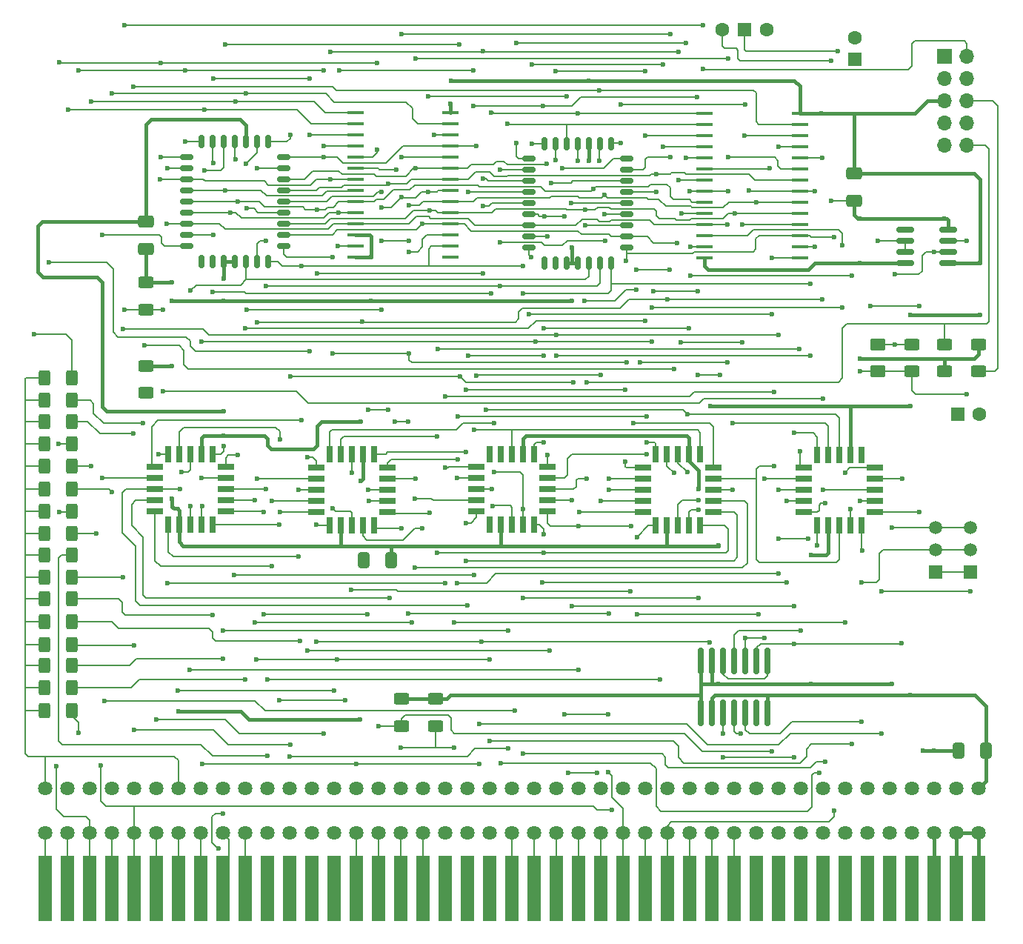
<source format=gbr>
%TF.GenerationSoftware,KiCad,Pcbnew,8.0.3*%
%TF.CreationDate,2025-02-02T19:27:09+01:00*%
%TF.ProjectId,BBARIII,42424152-4949-4492-9e6b-696361645f70,rev?*%
%TF.SameCoordinates,Original*%
%TF.FileFunction,Copper,L1,Top*%
%TF.FilePolarity,Positive*%
%FSLAX46Y46*%
G04 Gerber Fmt 4.6, Leading zero omitted, Abs format (unit mm)*
G04 Created by KiCad (PCBNEW 8.0.3) date 2025-02-02 19:27:09*
%MOMM*%
%LPD*%
G01*
G04 APERTURE LIST*
G04 Aperture macros list*
%AMRoundRect*
0 Rectangle with rounded corners*
0 $1 Rounding radius*
0 $2 $3 $4 $5 $6 $7 $8 $9 X,Y pos of 4 corners*
0 Add a 4 corners polygon primitive as box body*
4,1,4,$2,$3,$4,$5,$6,$7,$8,$9,$2,$3,0*
0 Add four circle primitives for the rounded corners*
1,1,$1+$1,$2,$3*
1,1,$1+$1,$4,$5*
1,1,$1+$1,$6,$7*
1,1,$1+$1,$8,$9*
0 Add four rect primitives between the rounded corners*
20,1,$1+$1,$2,$3,$4,$5,0*
20,1,$1+$1,$4,$5,$6,$7,0*
20,1,$1+$1,$6,$7,$8,$9,0*
20,1,$1+$1,$8,$9,$2,$3,0*%
G04 Aperture macros list end*
%TA.AperFunction,SMDPad,CuDef*%
%ADD10RoundRect,0.250000X0.400000X0.625000X-0.400000X0.625000X-0.400000X-0.625000X0.400000X-0.625000X0*%
%TD*%
%TA.AperFunction,ComponentPad*%
%ADD11R,1.500000X1.500000*%
%TD*%
%TA.AperFunction,ComponentPad*%
%ADD12C,1.600000*%
%TD*%
%TA.AperFunction,ComponentPad*%
%ADD13C,1.500000*%
%TD*%
%TA.AperFunction,ComponentPad*%
%ADD14R,1.600000X1.600000*%
%TD*%
%TA.AperFunction,SMDPad,CuDef*%
%ADD15RoundRect,0.150000X0.150000X0.587500X-0.150000X0.587500X-0.150000X-0.587500X0.150000X-0.587500X0*%
%TD*%
%TA.AperFunction,SMDPad,CuDef*%
%ADD16RoundRect,0.150000X0.587500X0.150000X-0.587500X0.150000X-0.587500X-0.150000X0.587500X-0.150000X0*%
%TD*%
%TA.AperFunction,SMDPad,CuDef*%
%ADD17R,0.700000X1.925000*%
%TD*%
%TA.AperFunction,SMDPad,CuDef*%
%ADD18R,1.925000X0.700000*%
%TD*%
%TA.AperFunction,SMDPad,CuDef*%
%ADD19RoundRect,0.250000X-0.625000X0.400000X-0.625000X-0.400000X0.625000X-0.400000X0.625000X0.400000X0*%
%TD*%
%TA.AperFunction,SMDPad,CuDef*%
%ADD20RoundRect,0.250000X0.650000X-0.412500X0.650000X0.412500X-0.650000X0.412500X-0.650000X-0.412500X0*%
%TD*%
%TA.AperFunction,ConnectorPad*%
%ADD21R,1.524000X7.500000*%
%TD*%
%TA.AperFunction,ComponentPad*%
%ADD22C,1.635000*%
%TD*%
%TA.AperFunction,SMDPad,CuDef*%
%ADD23R,1.981200X0.457200*%
%TD*%
%TA.AperFunction,SMDPad,CuDef*%
%ADD24RoundRect,0.250000X0.625000X-0.400000X0.625000X0.400000X-0.625000X0.400000X-0.625000X-0.400000X0*%
%TD*%
%TA.AperFunction,SMDPad,CuDef*%
%ADD25RoundRect,0.250000X-0.412500X-0.650000X0.412500X-0.650000X0.412500X0.650000X-0.412500X0.650000X0*%
%TD*%
%TA.AperFunction,ComponentPad*%
%ADD26R,1.700000X1.700000*%
%TD*%
%TA.AperFunction,ComponentPad*%
%ADD27O,1.700000X1.700000*%
%TD*%
%TA.AperFunction,SMDPad,CuDef*%
%ADD28RoundRect,0.150000X0.150000X-1.350000X0.150000X1.350000X-0.150000X1.350000X-0.150000X-1.350000X0*%
%TD*%
%TA.AperFunction,SMDPad,CuDef*%
%ADD29RoundRect,0.150000X0.825000X0.150000X-0.825000X0.150000X-0.825000X-0.150000X0.825000X-0.150000X0*%
%TD*%
%TA.AperFunction,SMDPad,CuDef*%
%ADD30RoundRect,0.250001X-0.624999X0.462499X-0.624999X-0.462499X0.624999X-0.462499X0.624999X0.462499X0*%
%TD*%
%TA.AperFunction,ViaPad*%
%ADD31C,0.600000*%
%TD*%
%TA.AperFunction,Conductor*%
%ADD32C,0.200000*%
%TD*%
%TA.AperFunction,Conductor*%
%ADD33C,0.400000*%
%TD*%
G04 APERTURE END LIST*
D10*
%TO.P,R16,1*%
%TO.N,/D9*%
X99640000Y-103130000D03*
%TO.P,R16,2*%
%TO.N,GND*%
X96540000Y-103130000D03*
%TD*%
%TO.P,R14,1*%
%TO.N,/D8*%
X99640000Y-108130000D03*
%TO.P,R14,2*%
%TO.N,GND*%
X96540000Y-108130000D03*
%TD*%
D11*
%TO.P,SW1,1,B*%
%TO.N,Net-(SW1-B)*%
X176525000Y-45530000D03*
D12*
%TO.P,SW1,2,C*%
%TO.N,+5V*%
X173985000Y-45530000D03*
%TO.P,SW1,3,A*%
%TO.N,Net-(SW1-A)*%
X179065000Y-45530000D03*
%TD*%
D11*
%TO.P,Q2,1,D*%
%TO.N,/A22*%
X202390000Y-107545000D03*
D13*
%TO.P,Q2,2,G*%
%TO.N,Net-(Q1-G)*%
X202390000Y-105005000D03*
%TO.P,Q2,3,S*%
%TO.N,+5V*%
X202390000Y-102465000D03*
%TD*%
D14*
%TO.P,C1,1*%
%TO.N,Net-(J1-Pin_1)*%
X189115000Y-48960113D03*
D12*
%TO.P,C1,2*%
%TO.N,GND*%
X189115000Y-46460113D03*
%TD*%
D15*
%TO.P,U9,1,VPP*%
%TO.N,+5V*%
X157459200Y-72245000D03*
%TO.P,U9,2,A16*%
%TO.N,/A17*%
X158729200Y-72245000D03*
%TO.P,U9,3,A15*%
%TO.N,/A16*%
X159999200Y-72245000D03*
%TO.P,U9,4,A12*%
%TO.N,/A13*%
X161269200Y-72245000D03*
D16*
%TO.P,U9,5,A7*%
%TO.N,/A8*%
X163021700Y-70487500D03*
%TO.P,U9,6,A6*%
%TO.N,/A7*%
X163021700Y-69217500D03*
%TO.P,U9,7,A5*%
%TO.N,/A6*%
X163021700Y-67947500D03*
%TO.P,U9,8,A4*%
%TO.N,/A5*%
X163021700Y-66677500D03*
%TO.P,U9,9,A3*%
%TO.N,/A4*%
X163021700Y-65407500D03*
%TO.P,U9,10,A2*%
%TO.N,/A3*%
X163021700Y-64137500D03*
%TO.P,U9,11,A1*%
%TO.N,/A2*%
X163021700Y-62867500D03*
%TO.P,U9,12,A0*%
%TO.N,/A1*%
X163021700Y-61597500D03*
%TO.P,U9,13,D0*%
%TO.N,/D8*%
X163021700Y-60327500D03*
D15*
%TO.P,U9,14,D1*%
%TO.N,/D9*%
X161269200Y-58570000D03*
%TO.P,U9,15,D2*%
%TO.N,/D10*%
X159999200Y-58570000D03*
%TO.P,U9,16,GND*%
%TO.N,GND*%
X158729200Y-58570000D03*
%TO.P,U9,17,D3*%
%TO.N,/D11*%
X157459200Y-58570000D03*
%TO.P,U9,18,D4*%
%TO.N,/D12*%
X156189200Y-58570000D03*
%TO.P,U9,19,D5*%
%TO.N,/D13*%
X154919200Y-58570000D03*
%TO.P,U9,20,D6*%
%TO.N,/D14*%
X153649200Y-58570000D03*
D16*
%TO.P,U9,21,D7*%
%TO.N,/D15*%
X151896700Y-60327500D03*
%TO.P,U9,22,~{CE}*%
%TO.N,Net-(U4-IO5)*%
X151896700Y-61597500D03*
%TO.P,U9,23,A10*%
%TO.N,/A11*%
X151896700Y-62867500D03*
%TO.P,U9,24,~{OE}*%
%TO.N,/~{OE}*%
X151896700Y-64137500D03*
%TO.P,U9,25,A11*%
%TO.N,/A12*%
X151896700Y-65407500D03*
%TO.P,U9,26,A9*%
%TO.N,/A10*%
X151896700Y-66677500D03*
%TO.P,U9,27,A8*%
%TO.N,/A9*%
X151896700Y-67947500D03*
%TO.P,U9,28,A13*%
%TO.N,/A14*%
X151896700Y-69217500D03*
%TO.P,U9,29,A14*%
%TO.N,/A15*%
X151896700Y-70487500D03*
D15*
%TO.P,U9,30,NC*%
%TO.N,unconnected-(U9-NC-Pad30)*%
X153649200Y-72245000D03*
%TO.P,U9,31,~{PGM}*%
%TO.N,unconnected-(U9-~{PGM}-Pad31)*%
X154919200Y-72245000D03*
%TO.P,U9,32,VCC*%
%TO.N,+5V*%
X156189200Y-72245000D03*
%TD*%
D11*
%TO.P,Q1,1,D*%
%TO.N,/A22*%
X198365000Y-107545000D03*
D13*
%TO.P,Q1,2,G*%
%TO.N,Net-(Q1-G)*%
X198365000Y-105005000D03*
%TO.P,Q1,3,S*%
%TO.N,+5V*%
X198365000Y-102465000D03*
%TD*%
D10*
%TO.P,R17,1*%
%TO.N,/D4*%
X99640000Y-100630000D03*
%TO.P,R17,2*%
%TO.N,GND*%
X96540000Y-100630000D03*
%TD*%
D17*
%TO.P,U4,1,I1/CLK*%
%TO.N,Net-(U2-IO1)*%
X168940000Y-102207500D03*
%TO.P,U4,2,I2*%
%TO.N,Net-(U2-IO7)*%
X170210000Y-102207500D03*
%TO.P,U4,3,I3*%
%TO.N,Net-(U2-IO8)*%
X171480000Y-102207500D03*
D18*
%TO.P,U4,4,I4*%
%TO.N,Net-(U3-IO2)*%
X172992500Y-100695000D03*
%TO.P,U4,5,I5*%
%TO.N,Net-(U3-I03)*%
X172992500Y-99425000D03*
%TO.P,U4,6,I6*%
%TO.N,/~{OE}*%
X172992500Y-98155000D03*
%TO.P,U4,7,I7*%
%TO.N,/~{AS}*%
X172992500Y-96885000D03*
%TO.P,U4,8,I8*%
%TO.N,/~{UDS}*%
X172992500Y-95615000D03*
D17*
%TO.P,U4,9,I9*%
%TO.N,/~{LDS}*%
X171480000Y-94102500D03*
%TO.P,U4,10,GND*%
%TO.N,GND*%
X170210000Y-94102500D03*
%TO.P,U4,11,I10/~{OE}*%
%TO.N,Net-(U3-IO4)*%
X168940000Y-94102500D03*
%TO.P,U4,12,IO8*%
%TO.N,Net-(U4-IO8)*%
X167670000Y-94102500D03*
%TO.P,U4,13,IO7*%
%TO.N,Net-(U2-I8)*%
X166400000Y-94102500D03*
D18*
%TO.P,U4,14,IO6*%
%TO.N,Net-(U2-I9)*%
X164887500Y-95615000D03*
%TO.P,U4,15,IO5*%
%TO.N,Net-(U4-IO5)*%
X164887500Y-96885000D03*
%TO.P,U4,16,IO4*%
%TO.N,Net-(U4-IO4)*%
X164887500Y-98155000D03*
%TO.P,U4,17,I03*%
%TO.N,/D0*%
X164887500Y-99425000D03*
%TO.P,U4,18,IO2*%
%TO.N,/D1*%
X164887500Y-100695000D03*
D17*
%TO.P,U4,19,IO1*%
%TO.N,Net-(U10-~{CE})*%
X166400000Y-102207500D03*
%TO.P,U4,20,VCC*%
%TO.N,+5V*%
X167670000Y-102207500D03*
%TD*%
D19*
%TO.P,R3,1*%
%TO.N,+5V*%
X108115000Y-83980000D03*
%TO.P,R3,2*%
%TO.N,unconnected-(R3-Pad2)*%
X108115000Y-87080000D03*
%TD*%
D20*
%TO.P,C2,1*%
%TO.N,+5V*%
X189040000Y-65117500D03*
%TO.P,C2,2*%
%TO.N,GND*%
X189040000Y-61992500D03*
%TD*%
D21*
%TO.P,CN2,2,GND*%
%TO.N,GND*%
X203290000Y-143730000D03*
%TO.P,CN2,4,GND*%
X200750000Y-143730000D03*
%TO.P,CN2,6,+5*%
%TO.N,+5V*%
X198210000Y-143730000D03*
%TO.P,CN2,8,-5*%
%TO.N,unconnected-(CN2B--5-Pad8)*%
X195670000Y-143730000D03*
%TO.P,CN2,10,+12*%
%TO.N,unconnected-(CN2B-+12-Pad10)*%
X193130000Y-143730000D03*
%TO.P,CN2,12,~{CFGIN}*%
%TO.N,unconnected-(CN2A-~{CFGIN}-Pad12)*%
X190590000Y-143730000D03*
%TO.P,CN2,14,~{C3}*%
%TO.N,unconnected-(CN2A-~{C3}-Pad14)*%
X188050000Y-143730000D03*
%TO.P,CN2,16,~{C1}*%
%TO.N,unconnected-(CN2A-~{C1}-Pad16)*%
X185510000Y-143730000D03*
%TO.P,CN2,18,XRDY*%
%TO.N,unconnected-(CN2A-XRDY-Pad18)*%
X182970000Y-143730000D03*
%TO.P,CN2,20,-12*%
%TO.N,unconnected-(CN2B--12-Pad20)*%
X180430000Y-143730000D03*
%TO.P,CN2,22,~{INT6}*%
%TO.N,unconnected-(CN2A-~{INT6}-Pad22)*%
X177890000Y-143730000D03*
%TO.P,CN2,24,A4*%
%TO.N,/A4*%
X175350000Y-143730000D03*
%TO.P,CN2,26,A3*%
%TO.N,/A3*%
X172810000Y-143730000D03*
%TO.P,CN2,28,A7*%
%TO.N,/A7*%
X170270000Y-143730000D03*
%TO.P,CN2,30,A8*%
%TO.N,/A8*%
X167730000Y-143730000D03*
%TO.P,CN2,32,A9*%
%TO.N,/A9*%
X165190000Y-143730000D03*
%TO.P,CN2,34,A10*%
%TO.N,/A10*%
X162650000Y-143730000D03*
%TO.P,CN2,36,A11*%
%TO.N,/A11*%
X160110000Y-143730000D03*
%TO.P,CN2,38,A12*%
%TO.N,/A12*%
X157570000Y-143730000D03*
%TO.P,CN2,40,~{EINT7}*%
%TO.N,/~{EINT7}*%
X155030000Y-143730000D03*
%TO.P,CN2,42,~{EINT5}*%
%TO.N,/~{EINT5}*%
X152490000Y-143730000D03*
%TO.P,CN2,44,~{EINT4}*%
%TO.N,/~{EINT4}*%
X149950000Y-143730000D03*
%TO.P,CN2,46,~{BEER}*%
%TO.N,unconnected-(CN2A-~{BEER}-Pad46)*%
X147410000Y-143730000D03*
%TO.P,CN2,48,VPA*%
%TO.N,unconnected-(CN2A-VPA-Pad48)*%
X144870000Y-143730000D03*
%TO.P,CN2,50,E*%
%TO.N,unconnected-(CN2A-E-Pad50)*%
X142330000Y-143730000D03*
%TO.P,CN2,52,A18*%
%TO.N,/A18*%
X139790000Y-143730000D03*
%TO.P,CN2,54,A19*%
%TO.N,/A19*%
X137250000Y-143730000D03*
%TO.P,CN2,56,A20*%
%TO.N,/A20*%
X134710000Y-143730000D03*
%TO.P,CN2,58,A21*%
%TO.N,/A21*%
X132170000Y-143730000D03*
%TO.P,CN2,60,~{BR}*%
%TO.N,unconnected-(CN2A-~{BR}-Pad60)*%
X129630000Y-143730000D03*
%TO.P,CN2,62,~{BGACK}*%
%TO.N,unconnected-(CN2A-~{BGACK}-Pad62)*%
X127090000Y-143730000D03*
%TO.P,CN2,64,~{BG}*%
%TO.N,unconnected-(CN2A-~{BG}-Pad64)*%
X124550000Y-143730000D03*
%TO.P,CN2,66,~{DTACK}*%
%TO.N,unconnected-(CN2A-~{DTACK}-Pad66)*%
X122010000Y-143730000D03*
%TO.P,CN2,68,READ*%
%TO.N,/R_W*%
X119470000Y-143730000D03*
%TO.P,CN2,70,~{LDS}*%
%TO.N,/~{LDS}*%
X116930000Y-143730000D03*
%TO.P,CN2,72,~{UDS}*%
%TO.N,/~{UDS}*%
X114390000Y-143730000D03*
%TO.P,CN2,74,~{AS}*%
%TO.N,/~{AS}*%
X111850000Y-143730000D03*
%TO.P,CN2,76,D10*%
%TO.N,/D10*%
X109310000Y-143730000D03*
%TO.P,CN2,78,D9*%
%TO.N,/D9*%
X106770000Y-143730000D03*
%TO.P,CN2,80,D8*%
%TO.N,/D8*%
X104230000Y-143730000D03*
%TO.P,CN2,82,D7*%
%TO.N,/D7*%
X101690000Y-143730000D03*
%TO.P,CN2,84,D6*%
%TO.N,/D6*%
X99150000Y-143730000D03*
%TO.P,CN2,86,D5*%
%TO.N,/D5*%
X96610000Y-143730000D03*
%TD*%
D22*
%TO.P,CN1,1,1*%
%TO.N,GND*%
X203260000Y-132270000D03*
%TO.P,CN1,2,2*%
X203260000Y-137350000D03*
%TO.P,CN1,3,3*%
X200720000Y-132270000D03*
%TO.P,CN1,4,4*%
X200720000Y-137350000D03*
%TO.P,CN1,5,5*%
%TO.N,+5V*%
X198180000Y-132270000D03*
%TO.P,CN1,6,6*%
X198180000Y-137350000D03*
%TO.P,CN1,7,7*%
%TO.N,unconnected-(CN1-Pad7)*%
X195640000Y-132270000D03*
%TO.P,CN1,8,8*%
%TO.N,unconnected-(CN1-Pad8)*%
X195640000Y-137350000D03*
%TO.P,CN1,9,9*%
%TO.N,unconnected-(CN1-Pad9)*%
X193100000Y-132270000D03*
%TO.P,CN1,10,10*%
%TO.N,unconnected-(CN1-Pad10)*%
X193100000Y-137350000D03*
%TO.P,CN1,11,11*%
%TO.N,unconnected-(CN1-Pad11)*%
X190560000Y-132270000D03*
%TO.P,CN1,12,12*%
%TO.N,unconnected-(CN1-Pad12)*%
X190560000Y-137350000D03*
%TO.P,CN1,13,13*%
%TO.N,unconnected-(CN1-Pad13)*%
X188020000Y-132270000D03*
%TO.P,CN1,14,14*%
%TO.N,unconnected-(CN1-Pad14)*%
X188020000Y-137350000D03*
%TO.P,CN1,15,15*%
%TO.N,unconnected-(CN1-Pad15)*%
X185480000Y-132270000D03*
%TO.P,CN1,16,16*%
%TO.N,unconnected-(CN1-Pad16)*%
X185480000Y-137350000D03*
%TO.P,CN1,17,17*%
%TO.N,unconnected-(CN1-Pad17)*%
X182940000Y-132270000D03*
%TO.P,CN1,18,18*%
%TO.N,unconnected-(CN1-Pad18)*%
X182940000Y-137350000D03*
%TO.P,CN1,19,19*%
%TO.N,unconnected-(CN1-Pad19)*%
X180400000Y-132270000D03*
%TO.P,CN1,20,20*%
%TO.N,unconnected-(CN1-Pad20)*%
X180400000Y-137350000D03*
%TO.P,CN1,21,21*%
%TO.N,/A5*%
X177860000Y-132270000D03*
%TO.P,CN1,22,22*%
%TO.N,unconnected-(CN1-Pad22)*%
X177860000Y-137350000D03*
%TO.P,CN1,23,23*%
%TO.N,/A6*%
X175320000Y-132270000D03*
%TO.P,CN1,24,24*%
%TO.N,/A4*%
X175320000Y-137350000D03*
%TO.P,CN1,25,25*%
%TO.N,unconnected-(CN1-Pad25)*%
X172780000Y-132270000D03*
%TO.P,CN1,26,26*%
%TO.N,/A3*%
X172780000Y-137350000D03*
%TO.P,CN1,27,27*%
%TO.N,/A2*%
X170240000Y-132270000D03*
%TO.P,CN1,28,28*%
%TO.N,/A7*%
X170240000Y-137350000D03*
%TO.P,CN1,29,29*%
%TO.N,/A1*%
X167700000Y-132270000D03*
%TO.P,CN1,30,30*%
%TO.N,/A8*%
X167700000Y-137350000D03*
%TO.P,CN1,31,31*%
%TO.N,/~{FC0}*%
X165160000Y-132270000D03*
%TO.P,CN1,32,32*%
%TO.N,/A9*%
X165160000Y-137350000D03*
%TO.P,CN1,33,33*%
%TO.N,/~{FC1}*%
X162620000Y-132270000D03*
%TO.P,CN1,34,34*%
%TO.N,/A10*%
X162620000Y-137350000D03*
%TO.P,CN1,35,35*%
%TO.N,unconnected-(CN1-Pad35)*%
X160080000Y-132270000D03*
%TO.P,CN1,36,36*%
%TO.N,/A11*%
X160080000Y-137350000D03*
%TO.P,CN1,37,37*%
%TO.N,unconnected-(CN1-Pad37)*%
X157540000Y-132270000D03*
%TO.P,CN1,38,38*%
%TO.N,/A12*%
X157540000Y-137350000D03*
%TO.P,CN1,39,39*%
%TO.N,/A13*%
X155000000Y-132270000D03*
%TO.P,CN1,40,40*%
%TO.N,/~{EINT7}*%
X155000000Y-137350000D03*
%TO.P,CN1,41,41*%
%TO.N,/A14*%
X152460000Y-132270000D03*
%TO.P,CN1,42,42*%
%TO.N,/~{EINT5}*%
X152460000Y-137350000D03*
%TO.P,CN1,43,43*%
%TO.N,/A15*%
X149920000Y-132270000D03*
%TO.P,CN1,44,44*%
%TO.N,/~{EINT4}*%
X149920000Y-137350000D03*
%TO.P,CN1,45,45*%
%TO.N,/A16*%
X147380000Y-132270000D03*
%TO.P,CN1,46,46*%
%TO.N,unconnected-(CN1-Pad46)*%
X147380000Y-137350000D03*
%TO.P,CN1,47,47*%
%TO.N,/A17*%
X144840000Y-132270000D03*
%TO.P,CN1,48,48*%
%TO.N,unconnected-(CN1-Pad48)*%
X144840000Y-137350000D03*
%TO.P,CN1,49,49*%
%TO.N,unconnected-(CN1-Pad49)*%
X142300000Y-132270000D03*
%TO.P,CN1,50,50*%
%TO.N,unconnected-(CN1-Pad50)*%
X142300000Y-137350000D03*
%TO.P,CN1,51,51*%
%TO.N,unconnected-(CN1-Pad51)*%
X139760000Y-132270000D03*
%TO.P,CN1,52,52*%
%TO.N,/A18*%
X139760000Y-137350000D03*
%TO.P,CN1,53,53*%
%TO.N,/~{RST}*%
X137220000Y-132270000D03*
%TO.P,CN1,54,54*%
%TO.N,/A19*%
X137220000Y-137350000D03*
%TO.P,CN1,55,55*%
%TO.N,/~{HLT}*%
X134680000Y-132270000D03*
%TO.P,CN1,56,56*%
%TO.N,/A20*%
X134680000Y-137350000D03*
%TO.P,CN1,57,57*%
%TO.N,/A22*%
X132140000Y-132270000D03*
%TO.P,CN1,58,58*%
%TO.N,/A21*%
X132140000Y-137350000D03*
%TO.P,CN1,59,59*%
%TO.N,/A23*%
X129600000Y-132270000D03*
%TO.P,CN1,60,60*%
%TO.N,unconnected-(CN1-Pad60)*%
X129600000Y-137350000D03*
%TO.P,CN1,61,61*%
%TO.N,unconnected-(CN1-Pad61)*%
X127060000Y-132270000D03*
%TO.P,CN1,62,62*%
%TO.N,unconnected-(CN1-Pad62)*%
X127060000Y-137350000D03*
%TO.P,CN1,63,63*%
%TO.N,/D15*%
X124520000Y-132270000D03*
%TO.P,CN1,64,64*%
%TO.N,unconnected-(CN1-Pad64)*%
X124520000Y-137350000D03*
%TO.P,CN1,65,65*%
%TO.N,/D14*%
X121980000Y-132270000D03*
%TO.P,CN1,66,66*%
%TO.N,unconnected-(CN1-Pad66)*%
X121980000Y-137350000D03*
%TO.P,CN1,67,67*%
%TO.N,/D13*%
X119440000Y-132270000D03*
%TO.P,CN1,68,68*%
%TO.N,/R_W*%
X119440000Y-137350000D03*
%TO.P,CN1,69,69*%
%TO.N,/D12*%
X116900000Y-132270000D03*
%TO.P,CN1,70,70*%
%TO.N,/~{LDS}*%
X116900000Y-137350000D03*
%TO.P,CN1,71,71*%
%TO.N,/D11*%
X114360000Y-132270000D03*
%TO.P,CN1,72,72*%
%TO.N,/~{UDS}*%
X114360000Y-137350000D03*
%TO.P,CN1,73,73*%
%TO.N,GND*%
X111820000Y-132270000D03*
%TO.P,CN1,74,74*%
%TO.N,/~{AS}*%
X111820000Y-137350000D03*
%TO.P,CN1,75,75*%
%TO.N,/D0*%
X109280000Y-132270000D03*
%TO.P,CN1,76,76*%
%TO.N,/D10*%
X109280000Y-137350000D03*
%TO.P,CN1,77,77*%
%TO.N,/D1*%
X106740000Y-132270000D03*
%TO.P,CN1,78,78*%
%TO.N,/D9*%
X106740000Y-137350000D03*
%TO.P,CN1,79,79*%
%TO.N,/D2*%
X104200000Y-132270000D03*
%TO.P,CN1,80,80*%
%TO.N,/D8*%
X104200000Y-137350000D03*
%TO.P,CN1,81,81*%
%TO.N,/D3*%
X101660000Y-132270000D03*
%TO.P,CN1,82,82*%
%TO.N,/D7*%
X101660000Y-137350000D03*
%TO.P,CN1,83,83*%
%TO.N,/D4*%
X99120000Y-132270000D03*
%TO.P,CN1,84,84*%
%TO.N,/D6*%
X99120000Y-137350000D03*
%TO.P,CN1,85,85*%
%TO.N,GND*%
X96580000Y-132270000D03*
%TO.P,CN1,86,86*%
%TO.N,/D5*%
X96580000Y-137350000D03*
%TD*%
D10*
%TO.P,R9,1*%
%TO.N,/D13*%
X99640000Y-120730000D03*
%TO.P,R9,2*%
%TO.N,GND*%
X96540000Y-120730000D03*
%TD*%
%TO.P,R12,1*%
%TO.N,/D15*%
X99640000Y-113230000D03*
%TO.P,R12,2*%
%TO.N,GND*%
X96540000Y-113230000D03*
%TD*%
D23*
%TO.P,U8,1*%
%TO.N,unconnected-(U8-Pad1)*%
X142915000Y-71585000D03*
%TO.P,U8,2,A12*%
%TO.N,/A13*%
X142915000Y-70315000D03*
%TO.P,U8,3,A7*%
%TO.N,/A8*%
X142915000Y-69045000D03*
%TO.P,U8,4,A6*%
%TO.N,/A7*%
X142915000Y-67775000D03*
%TO.P,U8,5,A5*%
%TO.N,/A6*%
X142915000Y-66505000D03*
%TO.P,U8,6,A4*%
%TO.N,/A5*%
X142915000Y-65235000D03*
%TO.P,U8,7,A3*%
%TO.N,/A4*%
X142915000Y-63965000D03*
%TO.P,U8,8,A2*%
%TO.N,/A3*%
X142915000Y-62695000D03*
%TO.P,U8,9,A1*%
%TO.N,/A2*%
X142915000Y-61425000D03*
%TO.P,U8,10,A0*%
%TO.N,/A1*%
X142915000Y-60155000D03*
%TO.P,U8,11,I/O0*%
%TO.N,/D0*%
X142915000Y-58885000D03*
%TO.P,U8,12,I/O1*%
%TO.N,/D1*%
X142915000Y-57615000D03*
%TO.P,U8,13,I/O2*%
%TO.N,/D2*%
X142915000Y-56345000D03*
%TO.P,U8,14,GND*%
%TO.N,GND*%
X142915000Y-55075000D03*
%TO.P,U8,15,I/O3*%
%TO.N,/D3*%
X132069200Y-55075000D03*
%TO.P,U8,16,I/O4*%
%TO.N,/D4*%
X132069200Y-56345000D03*
%TO.P,U8,17,I/O5*%
%TO.N,/D5*%
X132069200Y-57615000D03*
%TO.P,U8,18,I/O6*%
%TO.N,/D6*%
X132069200Y-58885000D03*
%TO.P,U8,19,I/O7*%
%TO.N,/D7*%
X132069200Y-60155000D03*
%TO.P,U8,20,~{CE}*%
%TO.N,Net-(U4-IO4)*%
X132069200Y-61425000D03*
%TO.P,U8,21,A10*%
%TO.N,/A11*%
X132069200Y-62695000D03*
%TO.P,U8,22,~{OE}*%
%TO.N,/~{OE}*%
X132069200Y-63965000D03*
%TO.P,U8,23,A11*%
%TO.N,/A12*%
X132069200Y-65235000D03*
%TO.P,U8,24,A9*%
%TO.N,/A10*%
X132069200Y-66505000D03*
%TO.P,U8,25,A8*%
%TO.N,/A9*%
X132069200Y-67775000D03*
%TO.P,U8,26,CE*%
%TO.N,+5V*%
X132069200Y-69045000D03*
%TO.P,U8,27,~{WE}*%
%TO.N,/R_W*%
X132069200Y-70315000D03*
%TO.P,U8,28,VDD*%
%TO.N,+5V*%
X132069200Y-71585000D03*
%TD*%
D24*
%TO.P,R1,1*%
%TO.N,/~{HLT}*%
X137290000Y-125155000D03*
%TO.P,R1,2*%
%TO.N,+5V*%
X137290000Y-122055000D03*
%TD*%
D10*
%TO.P,R8,1*%
%TO.N,/D6*%
X99640000Y-123380000D03*
%TO.P,R8,2*%
%TO.N,GND*%
X96540000Y-123380000D03*
%TD*%
%TO.P,R20,1*%
%TO.N,/D7*%
X99640000Y-92930000D03*
%TO.P,R20,2*%
%TO.N,GND*%
X96540000Y-92930000D03*
%TD*%
%TO.P,R18,1*%
%TO.N,/D2*%
X99640000Y-98080000D03*
%TO.P,R18,2*%
%TO.N,GND*%
X96540000Y-98080000D03*
%TD*%
D25*
%TO.P,C4,1*%
%TO.N,GND*%
X132977500Y-106205000D03*
%TO.P,C4,2*%
%TO.N,+5V*%
X136102500Y-106205000D03*
%TD*%
D10*
%TO.P,R22,1*%
%TO.N,/D0*%
X99640000Y-87880000D03*
%TO.P,R22,2*%
%TO.N,GND*%
X96540000Y-87880000D03*
%TD*%
D24*
%TO.P,R6,1*%
%TO.N,+5V*%
X199390000Y-84630000D03*
%TO.P,R6,2*%
%TO.N,Net-(J1-Pin_10)*%
X199390000Y-81530000D03*
%TD*%
D10*
%TO.P,R13,1*%
%TO.N,/D11*%
X99640000Y-110630000D03*
%TO.P,R13,2*%
%TO.N,GND*%
X96540000Y-110630000D03*
%TD*%
D14*
%TO.P,C6,1*%
%TO.N,Net-(D3-K)*%
X200904887Y-89505000D03*
D12*
%TO.P,C6,2*%
%TO.N,GND*%
X203404887Y-89505000D03*
%TD*%
D17*
%TO.P,U3,1,I1/CLK*%
%TO.N,Net-(U2-IO1)*%
X149940000Y-102157500D03*
%TO.P,U3,2,I2*%
%TO.N,Net-(U2-IO7)*%
X151210000Y-102157500D03*
%TO.P,U3,3,I3*%
%TO.N,Net-(U2-IO8)*%
X152480000Y-102157500D03*
D18*
%TO.P,U3,4,I4*%
%TO.N,/~{UDS}*%
X153992500Y-100645000D03*
%TO.P,U3,5,I5*%
%TO.N,Net-(U3-I5)*%
X153992500Y-99375000D03*
%TO.P,U3,6,I6*%
%TO.N,Net-(J1-Pin_10)*%
X153992500Y-98105000D03*
%TO.P,U3,7,I7*%
%TO.N,/~{FC0}*%
X153992500Y-96835000D03*
%TO.P,U3,8,I8*%
%TO.N,Net-(U2-IO6)*%
X153992500Y-95565000D03*
D17*
%TO.P,U3,9,I9*%
%TO.N,/~{OE}*%
X152480000Y-94052500D03*
%TO.P,U3,10,GND*%
%TO.N,GND*%
X151210000Y-94052500D03*
%TO.P,U3,11,I10/~{OE}*%
%TO.N,/~{LDS}*%
X149940000Y-94052500D03*
%TO.P,U3,12,IO8*%
%TO.N,unconnected-(U3-IO8-Pad12)*%
X148670000Y-94052500D03*
%TO.P,U3,13,IO7*%
%TO.N,unconnected-(U3-IO7-Pad13)*%
X147400000Y-94052500D03*
D18*
%TO.P,U3,14,IO6*%
%TO.N,/~{AS}*%
X145887500Y-95565000D03*
%TO.P,U3,15,IO5*%
%TO.N,Net-(SW1-A)*%
X145887500Y-96835000D03*
%TO.P,U3,16,IO4*%
%TO.N,Net-(U3-IO4)*%
X145887500Y-98105000D03*
%TO.P,U3,17,I03*%
%TO.N,Net-(U3-I03)*%
X145887500Y-99375000D03*
%TO.P,U3,18,IO2*%
%TO.N,Net-(U3-IO2)*%
X145887500Y-100645000D03*
D17*
%TO.P,U3,19,IO1*%
%TO.N,unconnected-(U3-IO1-Pad19)*%
X147400000Y-102157500D03*
%TO.P,U3,20,VCC*%
%TO.N,+5V*%
X148670000Y-102157500D03*
%TD*%
%TO.P,U1,1,I1/CLK*%
%TO.N,/A23*%
X113194200Y-102147500D03*
%TO.P,U1,2,I2*%
%TO.N,/A22*%
X114464200Y-102147500D03*
%TO.P,U1,3,I3*%
%TO.N,/A21*%
X115734200Y-102147500D03*
D18*
%TO.P,U1,4,I4*%
%TO.N,/A20*%
X117246700Y-100635000D03*
%TO.P,U1,5,I5*%
%TO.N,/A18*%
X117246700Y-99365000D03*
%TO.P,U1,6,I6*%
%TO.N,/A16*%
X117246700Y-98095000D03*
%TO.P,U1,7,I7*%
%TO.N,/A14*%
X117246700Y-96825000D03*
%TO.P,U1,8,I8*%
%TO.N,/A12*%
X117246700Y-95555000D03*
D17*
%TO.P,U1,9,I9*%
%TO.N,/A10*%
X115734200Y-94042500D03*
%TO.P,U1,10,GND*%
%TO.N,GND*%
X114464200Y-94042500D03*
%TO.P,U1,11,I10/~{OE}*%
%TO.N,/A9*%
X113194200Y-94042500D03*
%TO.P,U1,12,IO8*%
%TO.N,Net-(U1-IO8)*%
X111924200Y-94042500D03*
%TO.P,U1,13,IO7*%
%TO.N,/A11*%
X110654200Y-94042500D03*
D18*
%TO.P,U1,14,IO6*%
%TO.N,/A13*%
X109141700Y-95555000D03*
%TO.P,U1,15,IO5*%
%TO.N,/A15*%
X109141700Y-96825000D03*
%TO.P,U1,16,IO4*%
%TO.N,/A17*%
X109141700Y-98095000D03*
%TO.P,U1,17,I03*%
%TO.N,/A19*%
X109141700Y-99365000D03*
%TO.P,U1,18,IO2*%
%TO.N,Net-(U1-IO2)*%
X109141700Y-100635000D03*
D17*
%TO.P,U1,19,IO1*%
%TO.N,Net-(U1-IO1)*%
X110654200Y-102147500D03*
%TO.P,U1,20,VCC*%
%TO.N,+5V*%
X111924200Y-102147500D03*
%TD*%
D10*
%TO.P,R15,1*%
%TO.N,/D14*%
X99640000Y-105630000D03*
%TO.P,R15,2*%
%TO.N,GND*%
X96540000Y-105630000D03*
%TD*%
D17*
%TO.P,U5,1,I1/CLK*%
%TO.N,/~{AS}*%
X187360000Y-102235000D03*
%TO.P,U5,2,I2*%
%TO.N,/R_W*%
X188630000Y-102235000D03*
%TO.P,U5,3,I3*%
%TO.N,Net-(Q1-G)*%
X189900000Y-102235000D03*
D18*
%TO.P,U5,4,I4*%
%TO.N,Net-(SW1-B)*%
X191412500Y-100722500D03*
%TO.P,U5,5,I5*%
%TO.N,Net-(D3-A)*%
X191412500Y-99452500D03*
%TO.P,U5,6,I6*%
%TO.N,Net-(J1-Pin_2)*%
X191412500Y-98182500D03*
%TO.P,U5,7,I7*%
%TO.N,Net-(U5-I7)*%
X191412500Y-96912500D03*
%TO.P,U5,8,I8*%
%TO.N,/~{RST}*%
X191412500Y-95642500D03*
D17*
%TO.P,U5,9,I9*%
%TO.N,unconnected-(U5-I9-Pad9)*%
X189900000Y-94130000D03*
%TO.P,U5,10,GND*%
%TO.N,GND*%
X188630000Y-94130000D03*
%TO.P,U5,11,I10/~{OE}*%
%TO.N,Net-(U3-IO4)*%
X187360000Y-94130000D03*
%TO.P,U5,12,IO8*%
%TO.N,/~{OE}*%
X186090000Y-94130000D03*
%TO.P,U5,13,IO7*%
%TO.N,Net-(U3-I5)*%
X184820000Y-94130000D03*
D18*
%TO.P,U5,14,IO6*%
%TO.N,Net-(U5-IO6)*%
X183307500Y-95642500D03*
%TO.P,U5,15,IO5*%
%TO.N,Net-(U5-IO5)*%
X183307500Y-96912500D03*
%TO.P,U5,16,IO4*%
%TO.N,/~{HLT}*%
X183307500Y-98182500D03*
%TO.P,U5,17,I03*%
%TO.N,/~{EINT7}*%
X183307500Y-99452500D03*
%TO.P,U5,18,IO2*%
%TO.N,/~{EINT5}*%
X183307500Y-100722500D03*
D17*
%TO.P,U5,19,IO1*%
%TO.N,/~{EINT4}*%
X184820000Y-102235000D03*
%TO.P,U5,20,VCC*%
%TO.N,+5V*%
X186090000Y-102235000D03*
%TD*%
D26*
%TO.P,J1,1,Pin_1*%
%TO.N,Net-(J1-Pin_1)*%
X199400000Y-48590000D03*
D27*
%TO.P,J1,2,Pin_2*%
%TO.N,Net-(J1-Pin_2)*%
X201940000Y-48590000D03*
%TO.P,J1,3,Pin_3*%
%TO.N,unconnected-(J1-Pin_3-Pad3)*%
X199400000Y-51130000D03*
%TO.P,J1,4,Pin_4*%
%TO.N,unconnected-(J1-Pin_4-Pad4)*%
X201940000Y-51130000D03*
%TO.P,J1,5,Pin_5*%
%TO.N,GND*%
X199400000Y-53670000D03*
%TO.P,J1,6,Pin_6*%
%TO.N,Net-(J1-Pin_6)*%
X201940000Y-53670000D03*
%TO.P,J1,7,Pin_7*%
%TO.N,unconnected-(J1-Pin_7-Pad7)*%
X199400000Y-56210000D03*
%TO.P,J1,8,Pin_8*%
%TO.N,unconnected-(J1-Pin_8-Pad8)*%
X201940000Y-56210000D03*
%TO.P,J1,9,Pin_9*%
%TO.N,+5V*%
X199400000Y-58750000D03*
%TO.P,J1,10,Pin_10*%
%TO.N,Net-(J1-Pin_10)*%
X201940000Y-58750000D03*
%TD*%
D20*
%TO.P,C3,1*%
%TO.N,+5V*%
X108140000Y-70592500D03*
%TO.P,C3,2*%
%TO.N,GND*%
X108140000Y-67467500D03*
%TD*%
D28*
%TO.P,U6,1,~{R}*%
%TO.N,+5V*%
X171540000Y-123605000D03*
%TO.P,U6,2,D*%
%TO.N,GND*%
X172810000Y-123605000D03*
%TO.P,U6,3,C*%
%TO.N,Net-(U5-I7)*%
X174080000Y-123605000D03*
%TO.P,U6,4,~{S}*%
%TO.N,Net-(U5-IO5)*%
X175350000Y-123605000D03*
%TO.P,U6,5,Q*%
%TO.N,Net-(Q1-G)*%
X176620000Y-123605000D03*
%TO.P,U6,6,~{Q}*%
%TO.N,unconnected-(U6A-~{Q}-Pad6)*%
X177890000Y-123605000D03*
%TO.P,U6,7,GND*%
%TO.N,GND*%
X179160000Y-123605000D03*
%TO.P,U6,8,~{Q}*%
%TO.N,Net-(U6B-D)*%
X179160000Y-117705000D03*
%TO.P,U6,9,Q*%
%TO.N,Net-(U5-I7)*%
X177890000Y-117705000D03*
%TO.P,U6,10,~{S}*%
%TO.N,Net-(U5-IO5)*%
X176620000Y-117705000D03*
%TO.P,U6,11,C*%
%TO.N,Net-(U5-IO6)*%
X175350000Y-117705000D03*
%TO.P,U6,12,D*%
%TO.N,Net-(U6B-D)*%
X174080000Y-117705000D03*
%TO.P,U6,13,~{R}*%
%TO.N,+5V*%
X172810000Y-117705000D03*
%TO.P,U6,14,VCC*%
X171540000Y-117705000D03*
%TD*%
D29*
%TO.P,U11,1,GND*%
%TO.N,GND*%
X199815000Y-72240000D03*
%TO.P,U11,2,TR*%
%TO.N,Net-(D3-K)*%
X199815000Y-70970000D03*
%TO.P,U11,3,Q*%
%TO.N,Net-(D3-A)*%
X199815000Y-69700000D03*
%TO.P,U11,4,R*%
%TO.N,+5V*%
X199815000Y-68430000D03*
%TO.P,U11,5,CV*%
%TO.N,unconnected-(U11-CV-Pad5)*%
X194865000Y-68430000D03*
%TO.P,U11,6,THR*%
%TO.N,Net-(J1-Pin_1)*%
X194865000Y-69700000D03*
%TO.P,U11,7,DIS*%
X194865000Y-70970000D03*
%TO.P,U11,8,VCC*%
%TO.N,+5V*%
X194865000Y-72240000D03*
%TD*%
D10*
%TO.P,R11,1*%
%TO.N,/D1*%
X99640000Y-115880000D03*
%TO.P,R11,2*%
%TO.N,GND*%
X96540000Y-115880000D03*
%TD*%
D24*
%TO.P,R7,1*%
%TO.N,Net-(J1-Pin_6)*%
X203240000Y-84630000D03*
%TO.P,R7,2*%
%TO.N,+5V*%
X203240000Y-81530000D03*
%TD*%
D30*
%TO.P,D3,1,K*%
%TO.N,Net-(D3-K)*%
X191740000Y-81592500D03*
%TO.P,D3,2,A*%
%TO.N,Net-(D3-A)*%
X191740000Y-84567500D03*
%TD*%
D24*
%TO.P,R4,1*%
%TO.N,Net-(J1-Pin_2)*%
X108140000Y-77555000D03*
%TO.P,R4,2*%
%TO.N,+5V*%
X108140000Y-74455000D03*
%TD*%
D10*
%TO.P,R10,1*%
%TO.N,/D12*%
X99640000Y-118230000D03*
%TO.P,R10,2*%
%TO.N,GND*%
X96540000Y-118230000D03*
%TD*%
%TO.P,R19,1*%
%TO.N,/D3*%
X99640000Y-95480000D03*
%TO.P,R19,2*%
%TO.N,GND*%
X96540000Y-95480000D03*
%TD*%
D24*
%TO.P,R2,1*%
%TO.N,/~{RST}*%
X141215000Y-125155000D03*
%TO.P,R2,2*%
%TO.N,+5V*%
X141215000Y-122055000D03*
%TD*%
D15*
%TO.P,U7,1,VPP*%
%TO.N,+5V*%
X118304200Y-72045000D03*
%TO.P,U7,2,A16*%
%TO.N,/A17*%
X119574200Y-72045000D03*
%TO.P,U7,3,A15*%
%TO.N,/A16*%
X120844200Y-72045000D03*
%TO.P,U7,4,A12*%
%TO.N,/A13*%
X122114200Y-72045000D03*
D16*
%TO.P,U7,5,A7*%
%TO.N,/A8*%
X123866700Y-70287500D03*
%TO.P,U7,6,A6*%
%TO.N,/A7*%
X123866700Y-69017500D03*
%TO.P,U7,7,A5*%
%TO.N,/A6*%
X123866700Y-67747500D03*
%TO.P,U7,8,A4*%
%TO.N,/A5*%
X123866700Y-66477500D03*
%TO.P,U7,9,A3*%
%TO.N,/A4*%
X123866700Y-65207500D03*
%TO.P,U7,10,A2*%
%TO.N,/A3*%
X123866700Y-63937500D03*
%TO.P,U7,11,A1*%
%TO.N,/A2*%
X123866700Y-62667500D03*
%TO.P,U7,12,A0*%
%TO.N,/A1*%
X123866700Y-61397500D03*
%TO.P,U7,13,D0*%
%TO.N,/D0*%
X123866700Y-60127500D03*
D15*
%TO.P,U7,14,D1*%
%TO.N,/D1*%
X122114200Y-58370000D03*
%TO.P,U7,15,D2*%
%TO.N,/D2*%
X120844200Y-58370000D03*
%TO.P,U7,16,GND*%
%TO.N,GND*%
X119574200Y-58370000D03*
%TO.P,U7,17,D3*%
%TO.N,/D3*%
X118304200Y-58370000D03*
%TO.P,U7,18,D4*%
%TO.N,/D4*%
X117034200Y-58370000D03*
%TO.P,U7,19,D5*%
%TO.N,/D5*%
X115764200Y-58370000D03*
%TO.P,U7,20,D6*%
%TO.N,/D6*%
X114494200Y-58370000D03*
D16*
%TO.P,U7,21,D7*%
%TO.N,/D7*%
X112741700Y-60127500D03*
%TO.P,U7,22,~{CE}*%
%TO.N,Net-(U4-IO8)*%
X112741700Y-61397500D03*
%TO.P,U7,23,A10*%
%TO.N,/A11*%
X112741700Y-62667500D03*
%TO.P,U7,24,~{OE}*%
%TO.N,/~{OE}*%
X112741700Y-63937500D03*
%TO.P,U7,25,A11*%
%TO.N,/A12*%
X112741700Y-65207500D03*
%TO.P,U7,26,A9*%
%TO.N,/A10*%
X112741700Y-66477500D03*
%TO.P,U7,27,A8*%
%TO.N,/A9*%
X112741700Y-67747500D03*
%TO.P,U7,28,A13*%
%TO.N,/A14*%
X112741700Y-69017500D03*
%TO.P,U7,29,A14*%
%TO.N,/A15*%
X112741700Y-70287500D03*
D15*
%TO.P,U7,30,NC*%
%TO.N,unconnected-(U7-NC-Pad30)*%
X114494200Y-72045000D03*
%TO.P,U7,31,~{PGM}*%
%TO.N,unconnected-(U7-~{PGM}-Pad31)*%
X115764200Y-72045000D03*
%TO.P,U7,32,VCC*%
%TO.N,+5V*%
X117034200Y-72045000D03*
%TD*%
D17*
%TO.P,U2,1,I1/CLK*%
%TO.N,/A8*%
X131621700Y-102172500D03*
%TO.P,U2,2,I2*%
%TO.N,/A7*%
X132891700Y-102172500D03*
%TO.P,U2,3,I3*%
%TO.N,/A4*%
X134161700Y-102172500D03*
D18*
%TO.P,U2,4,I4*%
%TO.N,/A6*%
X135674200Y-100660000D03*
%TO.P,U2,5,I5*%
%TO.N,/A5*%
X135674200Y-99390000D03*
%TO.P,U2,6,I6*%
%TO.N,/A3*%
X135674200Y-98120000D03*
%TO.P,U2,7,I7*%
%TO.N,/A2*%
X135674200Y-96850000D03*
%TO.P,U2,8,I8*%
%TO.N,Net-(U2-I8)*%
X135674200Y-95580000D03*
D17*
%TO.P,U2,9,I9*%
%TO.N,Net-(U2-I9)*%
X134161700Y-94067500D03*
%TO.P,U2,10,GND*%
%TO.N,GND*%
X132891700Y-94067500D03*
%TO.P,U2,11,I10/~{OE}*%
%TO.N,/~{FC1}*%
X131621700Y-94067500D03*
%TO.P,U2,12,IO8*%
%TO.N,Net-(U2-IO8)*%
X130351700Y-94067500D03*
%TO.P,U2,13,IO7*%
%TO.N,Net-(U2-IO7)*%
X129081700Y-94067500D03*
D18*
%TO.P,U2,14,IO6*%
%TO.N,Net-(U2-IO6)*%
X127569200Y-95580000D03*
%TO.P,U2,15,IO5*%
%TO.N,/A1*%
X127569200Y-96850000D03*
%TO.P,U2,16,IO4*%
%TO.N,Net-(U1-IO1)*%
X127569200Y-98120000D03*
%TO.P,U2,17,I03*%
%TO.N,Net-(U1-IO2)*%
X127569200Y-99390000D03*
%TO.P,U2,18,IO2*%
%TO.N,Net-(U1-IO8)*%
X127569200Y-100660000D03*
D17*
%TO.P,U2,19,IO1*%
%TO.N,Net-(U2-IO1)*%
X129081700Y-102172500D03*
%TO.P,U2,20,VCC*%
%TO.N,+5V*%
X130351700Y-102172500D03*
%TD*%
D25*
%TO.P,C5,1*%
%TO.N,+5V*%
X200977500Y-127955000D03*
%TO.P,C5,2*%
%TO.N,GND*%
X204102500Y-127955000D03*
%TD*%
D10*
%TO.P,R21,1*%
%TO.N,/D10*%
X99640000Y-90330000D03*
%TO.P,R21,2*%
%TO.N,GND*%
X96540000Y-90330000D03*
%TD*%
D23*
%TO.P,U10,1,A14*%
%TO.N,/A15*%
X182840000Y-71615000D03*
%TO.P,U10,2,A12*%
%TO.N,/A13*%
X182840000Y-70345000D03*
%TO.P,U10,3,A7*%
%TO.N,/A8*%
X182840000Y-69075000D03*
%TO.P,U10,4,A6*%
%TO.N,/A7*%
X182840000Y-67805000D03*
%TO.P,U10,5,A5*%
%TO.N,/A6*%
X182840000Y-66535000D03*
%TO.P,U10,6,A4*%
%TO.N,/A5*%
X182840000Y-65265000D03*
%TO.P,U10,7,A3*%
%TO.N,/A4*%
X182840000Y-63995000D03*
%TO.P,U10,8,A2*%
%TO.N,/A3*%
X182840000Y-62725000D03*
%TO.P,U10,9,A1*%
%TO.N,/A2*%
X182840000Y-61455000D03*
%TO.P,U10,10,A0*%
%TO.N,/A1*%
X182840000Y-60185000D03*
%TO.P,U10,11,I/O0*%
%TO.N,/D8*%
X182840000Y-58915000D03*
%TO.P,U10,12,I/O1*%
%TO.N,/D9*%
X182840000Y-57645000D03*
%TO.P,U10,13,I/O2*%
%TO.N,/D10*%
X182840000Y-56375000D03*
%TO.P,U10,14,GND*%
%TO.N,GND*%
X182840000Y-55105000D03*
%TO.P,U10,15,I/O3*%
%TO.N,/D11*%
X171994200Y-55105000D03*
%TO.P,U10,16,I/O4*%
%TO.N,/D12*%
X171994200Y-56375000D03*
%TO.P,U10,17,I/O5*%
%TO.N,/D13*%
X171994200Y-57645000D03*
%TO.P,U10,18,I/O6*%
%TO.N,/D14*%
X171994200Y-58915000D03*
%TO.P,U10,19,I/O7*%
%TO.N,/D15*%
X171994200Y-60185000D03*
%TO.P,U10,20,~{CE}*%
%TO.N,Net-(U10-~{CE})*%
X171994200Y-61455000D03*
%TO.P,U10,21,A10*%
%TO.N,/A11*%
X171994200Y-62725000D03*
%TO.P,U10,22,~{OE}*%
%TO.N,/~{OE}*%
X171994200Y-63995000D03*
%TO.P,U10,23,A11*%
%TO.N,/A12*%
X171994200Y-65265000D03*
%TO.P,U10,24,A9*%
%TO.N,/A10*%
X171994200Y-66535000D03*
%TO.P,U10,25,A8*%
%TO.N,/A9*%
X171994200Y-67805000D03*
%TO.P,U10,26,A13*%
%TO.N,/A14*%
X171994200Y-69075000D03*
%TO.P,U10,27,~{WE}*%
%TO.N,/R_W*%
X171994200Y-70345000D03*
%TO.P,U10,28,VDD*%
%TO.N,+5V*%
X171994200Y-71615000D03*
%TD*%
D24*
%TO.P,R5,1*%
%TO.N,Net-(D3-A)*%
X195640000Y-84630000D03*
%TO.P,R5,2*%
%TO.N,Net-(D3-K)*%
X195640000Y-81530000D03*
%TD*%
D10*
%TO.P,R23,1*%
%TO.N,/D5*%
X99640000Y-85380000D03*
%TO.P,R23,2*%
%TO.N,GND*%
X96540000Y-85380000D03*
%TD*%
D31*
%TO.N,Net-(U10-~{CE})*%
X164220000Y-112410000D03*
X178150000Y-112410000D03*
X179370000Y-61440000D03*
X164220000Y-103540000D03*
%TO.N,Net-(U2-IO1)*%
X147730000Y-99970000D03*
X172540000Y-115550000D03*
X171280000Y-99340000D03*
X127580000Y-102160000D03*
X146460000Y-115520000D03*
X127590000Y-115520000D03*
%TO.N,/A5*%
X119660000Y-65980000D03*
X138200000Y-69720000D03*
X135000000Y-77540000D03*
X133610000Y-99410000D03*
X177870000Y-65320000D03*
X160530000Y-64450000D03*
X119650000Y-77550000D03*
X138200000Y-65620000D03*
X135000000Y-69720000D03*
X160530000Y-66680000D03*
%TO.N,/A8*%
X186780000Y-134780000D03*
X138180000Y-70980000D03*
X186780000Y-69240000D03*
X129460000Y-82570000D03*
X138190000Y-82560000D03*
X129450000Y-100290000D03*
X163040000Y-83580000D03*
X163020000Y-72010000D03*
X129450000Y-71590000D03*
%TO.N,/A15*%
X103370000Y-122240000D03*
X150310000Y-123410000D03*
X151900000Y-78060000D03*
X152160000Y-71570000D03*
X179650000Y-78060000D03*
X179650000Y-71620000D03*
X103080000Y-96830000D03*
X103080000Y-69050000D03*
%TO.N,GND*%
X158730000Y-51400000D03*
X117020000Y-89200000D03*
X203470000Y-72230000D03*
X132620000Y-124410000D03*
X132680000Y-97110000D03*
X172670000Y-88610000D03*
X111820000Y-123440000D03*
X195520000Y-78140000D03*
X195530000Y-88600000D03*
X142930000Y-54020000D03*
X158730000Y-60550000D03*
X185300000Y-55100000D03*
X171310000Y-98030000D03*
X132977500Y-106205000D03*
X132680000Y-90350000D03*
X195530000Y-121620000D03*
X203410000Y-78140000D03*
X117020000Y-91960000D03*
X142960000Y-51400000D03*
%TO.N,+5V*%
X156840000Y-70440000D03*
X173590000Y-120320000D03*
X111100000Y-83980000D03*
X111090000Y-74460000D03*
X133870000Y-71590000D03*
X186460000Y-49100000D03*
X117040000Y-74010000D03*
X133890000Y-76560000D03*
X156840000Y-76560000D03*
X186460000Y-65120000D03*
X193400000Y-120320000D03*
X117020000Y-76560000D03*
X189720000Y-67130000D03*
X189740000Y-83130000D03*
X111100000Y-99150000D03*
X189740000Y-72240000D03*
X196950000Y-127960000D03*
X193400000Y-102470000D03*
X173590000Y-104530000D03*
X199400000Y-67130000D03*
X111090000Y-76560000D03*
X184130000Y-105630000D03*
X198200000Y-127960000D03*
X184130000Y-120320000D03*
%TO.N,/~{OE}*%
X143970000Y-47290000D03*
X153540000Y-92770000D03*
X117210000Y-63950000D03*
X144930000Y-64130000D03*
X170250000Y-63990000D03*
X170200000Y-79710000D03*
X153570000Y-82850000D03*
X117210000Y-47300000D03*
X174690000Y-64010000D03*
X175190000Y-90510000D03*
X144920000Y-82850000D03*
X153570000Y-79700000D03*
X175190000Y-98150000D03*
%TO.N,Net-(U4-IO4)*%
X161050000Y-112270000D03*
X136560000Y-90370000D03*
X161050000Y-98150000D03*
X138070000Y-90380000D03*
X138070000Y-112270000D03*
X136690000Y-61560000D03*
%TO.N,Net-(U4-IO5)*%
X148590000Y-61600000D03*
X161030000Y-96890000D03*
X160630000Y-69690000D03*
X148590000Y-69850000D03*
%TO.N,/A1*%
X132850000Y-78960000D03*
X167700000Y-76390000D03*
X120820000Y-61400000D03*
X137330000Y-46060000D03*
X185450000Y-76410000D03*
X168060000Y-60150000D03*
X137330000Y-60160000D03*
X120810000Y-78980000D03*
X120810000Y-96860000D03*
X168060000Y-46060000D03*
X185450000Y-60180000D03*
%TO.N,Net-(U4-IO8)*%
X107920000Y-81660000D03*
X168480000Y-84320000D03*
X110610000Y-61390000D03*
X168480000Y-96210000D03*
%TO.N,/A16*%
X121820000Y-98090000D03*
X121810000Y-74890000D03*
X121810000Y-69690000D03*
X148600000Y-74890000D03*
%TO.N,Net-(U2-I8)*%
X143800000Y-94670000D03*
X165360000Y-89760000D03*
X143800000Y-89760000D03*
X165370000Y-92770000D03*
%TO.N,Net-(U2-I9)*%
X162920000Y-86700000D03*
X144670000Y-86710000D03*
X162920000Y-94950000D03*
X144670000Y-93810000D03*
%TO.N,Net-(U3-IO4)*%
X146980000Y-88990000D03*
X147660000Y-98100000D03*
X170010000Y-89520000D03*
X170010000Y-96130000D03*
%TO.N,/A9*%
X174580000Y-83610000D03*
X112180000Y-96120000D03*
X164600000Y-83600000D03*
X110450000Y-67750000D03*
X174580000Y-67810000D03*
%TO.N,Net-(U2-IO7)*%
X171280000Y-100410000D03*
X147870000Y-90510000D03*
X147870000Y-96120000D03*
X151210000Y-100310000D03*
X171290000Y-110500000D03*
X151220000Y-110510000D03*
%TO.N,Net-(U2-IO8)*%
X153580000Y-103210000D03*
X153580000Y-105370000D03*
X141360000Y-92050000D03*
X141360000Y-105370000D03*
%TO.N,Net-(U3-IO2)*%
X144710000Y-106240000D03*
X144710000Y-101930000D03*
%TO.N,Net-(U3-I03)*%
X138850000Y-107040000D03*
X138850000Y-99150000D03*
%TO.N,Net-(U3-I5)*%
X156830000Y-111420000D03*
X156840000Y-99370000D03*
X182210000Y-91650000D03*
X182210000Y-111420000D03*
%TO.N,Net-(U2-IO6)*%
X126590000Y-116520000D03*
X154010000Y-94200000D03*
X126590000Y-94420000D03*
X154300000Y-116520000D03*
%TO.N,/~{FC0}*%
X165320000Y-94060000D03*
%TO.N,/A17*%
X144840000Y-111380000D03*
X111970000Y-98090000D03*
X113220000Y-75380000D03*
%TO.N,Net-(U1-IO8)*%
X123400000Y-100660000D03*
X123400000Y-92370000D03*
%TO.N,Net-(U1-IO2)*%
X122540000Y-99390000D03*
X122530000Y-106900000D03*
%TO.N,/A18*%
X120590000Y-99360000D03*
X120590000Y-113280000D03*
X138530000Y-113280000D03*
%TO.N,Net-(U1-IO1)*%
X125550000Y-105750000D03*
X125570000Y-98130000D03*
%TO.N,Net-(Q1-G)*%
X189940000Y-108760000D03*
X189940000Y-124680000D03*
X189950000Y-105070000D03*
%TO.N,/A19*%
X135940000Y-110510000D03*
%TO.N,/A10*%
X155960000Y-123790000D03*
X171120000Y-53260000D03*
X155960000Y-66870000D03*
X145530000Y-54320000D03*
X153680000Y-66870000D03*
X169330000Y-66550000D03*
X160910000Y-123790000D03*
X130180000Y-50190000D03*
X160910000Y-130420000D03*
X153510000Y-54320000D03*
X116970000Y-93140000D03*
X130160000Y-66500000D03*
X117760000Y-66470000D03*
X145540000Y-50190000D03*
%TO.N,/~{FC1}*%
X131600000Y-109600000D03*
X131610000Y-96230000D03*
X163480000Y-109770000D03*
%TO.N,Net-(U5-I7)*%
X194510000Y-115710000D03*
X174080000Y-128700000D03*
X174080000Y-126010000D03*
X182200000Y-115720000D03*
X182190000Y-128700000D03*
X194520000Y-96910000D03*
%TO.N,Net-(U5-IO5)*%
X176130000Y-125990000D03*
X176590000Y-115060000D03*
X178850000Y-115060000D03*
X178850000Y-96910000D03*
%TO.N,Net-(U5-IO6)*%
X182910000Y-93720000D03*
X182960000Y-114200000D03*
%TO.N,/A11*%
X109590000Y-94050000D03*
X158270000Y-76540000D03*
X168990000Y-48070000D03*
X129180000Y-62700000D03*
X109700000Y-62670000D03*
X146680000Y-62570000D03*
X129180000Y-48070000D03*
X167970000Y-73000000D03*
X164190000Y-73010000D03*
X168990000Y-62740000D03*
X146680000Y-48050000D03*
X164190000Y-75300000D03*
%TO.N,/A12*%
X127650000Y-66140000D03*
X159690000Y-130470000D03*
X118650000Y-94190000D03*
X127650000Y-73390000D03*
X156340000Y-130470000D03*
X118650000Y-65190000D03*
X146670000Y-65710000D03*
X146660000Y-73390000D03*
X159280000Y-63760000D03*
%TO.N,/~{RST}*%
X143300000Y-113280000D03*
X137220000Y-127630000D03*
X188030000Y-113280000D03*
X188030000Y-96190000D03*
X143300000Y-127630000D03*
%TO.N,/A13*%
X125890000Y-72590000D03*
X184090000Y-74570000D03*
X184610000Y-70340000D03*
X184080000Y-82790000D03*
X125890000Y-90220000D03*
X155000000Y-82790000D03*
X151240000Y-72610000D03*
X151240000Y-75730000D03*
%TO.N,/A20*%
X121580000Y-112370000D03*
X133440000Y-112370000D03*
X121590000Y-100650000D03*
%TO.N,/A14*%
X152650000Y-81190000D03*
X154010000Y-69210000D03*
X114490000Y-81200000D03*
X165970000Y-81190000D03*
X187740000Y-70190000D03*
X165960000Y-77320000D03*
X114480000Y-96830000D03*
X115820000Y-69040000D03*
X187730000Y-77320000D03*
%TO.N,/~{HLT}*%
X134680000Y-125160000D03*
X179700000Y-128030000D03*
X180430000Y-98180000D03*
%TO.N,/A21*%
X123390000Y-102170000D03*
X123390000Y-122230000D03*
X130870000Y-122230000D03*
%TO.N,/A22*%
X132150000Y-129500000D03*
X192230000Y-109770000D03*
X192230000Y-125970000D03*
X146220000Y-129500000D03*
X146230000Y-124910000D03*
X202380000Y-109760000D03*
X114510000Y-99990000D03*
X114530000Y-129500000D03*
%TO.N,Net-(D3-A)*%
X189710000Y-99460000D03*
X201960000Y-87240000D03*
X189710000Y-84570000D03*
X201940000Y-69680000D03*
%TO.N,Net-(D3-K)*%
X193700000Y-81530000D03*
X193700000Y-73530000D03*
X198160000Y-70960000D03*
%TO.N,/A23*%
X129590000Y-121120000D03*
X113200000Y-100010000D03*
X111770000Y-121120000D03*
%TO.N,/D15*%
X150440000Y-47100000D03*
X150440000Y-58500000D03*
X169860000Y-60190000D03*
X169860000Y-47100000D03*
X125690000Y-115400000D03*
X124510000Y-128640000D03*
X149520000Y-127720000D03*
%TO.N,/A3*%
X133490000Y-89020000D03*
X171150000Y-75500000D03*
X166430000Y-62060000D03*
X166440000Y-64130000D03*
X166090000Y-75500000D03*
X135790000Y-89010000D03*
X135790000Y-63190000D03*
X133490000Y-98120000D03*
X171150000Y-85060000D03*
X173690000Y-85060000D03*
%TO.N,/A4*%
X182800000Y-82060000D03*
X184550000Y-63990000D03*
X140370000Y-53170000D03*
X140340000Y-64110000D03*
X137290000Y-64740000D03*
X135030000Y-65880000D03*
X156720000Y-65410000D03*
X137290000Y-102550000D03*
X141490000Y-82070000D03*
X135030000Y-64080000D03*
X177030000Y-63980000D03*
X156240000Y-53190000D03*
%TO.N,/A6*%
X158350000Y-67950000D03*
X158330000Y-66160000D03*
X140570000Y-66270000D03*
X175430000Y-66530000D03*
X140580000Y-100810000D03*
%TO.N,/A7*%
X176250000Y-67800000D03*
X139700000Y-67770000D03*
X169270000Y-81270000D03*
X139700000Y-102540000D03*
X176250000Y-81290000D03*
X168840000Y-69930000D03*
%TO.N,/A2*%
X153900000Y-60930000D03*
X174690000Y-48850000D03*
X154430000Y-63080000D03*
X138900000Y-96840000D03*
X138900000Y-48850000D03*
X138900000Y-61430000D03*
X174680000Y-60140000D03*
%TO.N,/D14*%
X166880000Y-119850000D03*
X152250000Y-49580000D03*
X121980000Y-128560000D03*
X167210000Y-49580000D03*
X152260000Y-58570000D03*
X121980000Y-119850000D03*
X167210000Y-58910000D03*
%TO.N,/R_W*%
X170340000Y-70340000D03*
X130080000Y-70320000D03*
X120700000Y-117520000D03*
X188780000Y-73710000D03*
X147380000Y-126880000D03*
X188640000Y-100390000D03*
X188810000Y-127210000D03*
X170340000Y-73710000D03*
X129980000Y-117520000D03*
X147380000Y-117520000D03*
%TO.N,/D13*%
X119430000Y-79730000D03*
X119430000Y-119800000D03*
X165180000Y-78820000D03*
X154910000Y-50330000D03*
X165180000Y-50330000D03*
X154910000Y-60430000D03*
X165180000Y-57650000D03*
%TO.N,/~{LDS}*%
X145600000Y-91290000D03*
X118180000Y-107870000D03*
X145590000Y-107870000D03*
%TO.N,/D12*%
X149480000Y-114270000D03*
X116370000Y-139150000D03*
X149460000Y-56360000D03*
X116900000Y-117440000D03*
X116900000Y-114270000D03*
X116900000Y-135130000D03*
%TO.N,/~{UDS}*%
X163840000Y-90530000D03*
X157600000Y-102310000D03*
X157600000Y-118710000D03*
X113110000Y-118710000D03*
X163560000Y-102320000D03*
%TO.N,/D11*%
X157470000Y-60590000D03*
X147590000Y-75690000D03*
X115750000Y-112440000D03*
X115750000Y-75510000D03*
X147590000Y-55090000D03*
X157490000Y-55105000D03*
%TO.N,/~{AS}*%
X179930000Y-86980000D03*
X110540000Y-108800000D03*
X142290000Y-87470000D03*
X142290000Y-108800000D03*
X179950000Y-95470000D03*
X142290000Y-95570000D03*
%TO.N,/D3*%
X101840000Y-53800000D03*
X118320000Y-60410000D03*
X118320000Y-53790000D03*
X101840000Y-95480000D03*
%TO.N,/D10*%
X159960000Y-60540000D03*
X159960000Y-52480000D03*
X106650000Y-52060000D03*
X106650000Y-91750000D03*
%TO.N,/D8*%
X180400000Y-58920000D03*
X155680000Y-61430000D03*
X105500000Y-108140000D03*
X180420000Y-80450000D03*
X105500000Y-79800000D03*
X155030000Y-80460000D03*
%TO.N,/D0*%
X160130000Y-85060000D03*
X145850000Y-58880000D03*
X145840000Y-85070000D03*
X160130000Y-99420000D03*
X128440000Y-60120000D03*
X109280000Y-124380000D03*
X128450000Y-125980000D03*
X107790000Y-90510000D03*
%TO.N,/D4*%
X114820000Y-54720000D03*
X98210000Y-100660000D03*
X99240000Y-54720000D03*
X114830000Y-61660000D03*
%TO.N,/D9*%
X102450000Y-103160000D03*
X162360000Y-58560000D03*
X161330000Y-134730000D03*
X176550000Y-57640000D03*
X176570000Y-54090000D03*
X162360000Y-54090000D03*
X102980000Y-129670000D03*
%TO.N,/D2*%
X104190000Y-52890000D03*
X104190000Y-98400000D03*
X119570000Y-52890000D03*
X119580000Y-60890000D03*
%TO.N,/D7*%
X109770000Y-49340000D03*
X97850000Y-129770000D03*
X134550000Y-59280000D03*
X134540000Y-49370000D03*
X98130000Y-92870000D03*
X98170000Y-49330000D03*
X109800000Y-60120000D03*
%TO.N,/D6*%
X128420000Y-50260000D03*
X112560000Y-50260000D03*
X100390000Y-125880000D03*
X112560000Y-58370000D03*
X100370000Y-50260000D03*
X128410000Y-58870000D03*
%TO.N,/D1*%
X124590000Y-127280000D03*
X156960000Y-85850000D03*
X144050000Y-85200000D03*
X157660000Y-100690000D03*
X124590000Y-57610000D03*
X106730000Y-115890000D03*
X106730000Y-125550000D03*
X124600000Y-85220000D03*
X141060000Y-57620000D03*
%TO.N,/D5*%
X126810000Y-82310000D03*
X115780000Y-51170000D03*
X126810000Y-51180000D03*
X97030000Y-72190000D03*
X95340000Y-80400000D03*
X126810000Y-57590000D03*
X115780000Y-60770000D03*
%TO.N,/~{EINT7}*%
X181350000Y-99460000D03*
X153380000Y-108750000D03*
X181350000Y-108750000D03*
%TO.N,/~{EINT5}*%
X151200000Y-128300000D03*
X185720000Y-99680000D03*
X185720000Y-129260000D03*
%TO.N,/~{EINT4}*%
X148650000Y-129420000D03*
X184850000Y-104490000D03*
X185050000Y-130480000D03*
%TO.N,Net-(SW1-A)*%
X143670000Y-96830000D03*
X180440000Y-107750000D03*
X180410000Y-103710000D03*
X143670000Y-108780000D03*
X183790000Y-103710000D03*
%TO.N,Net-(SW1-B)*%
X196530000Y-77170000D03*
X187190000Y-48050000D03*
X196530000Y-100720000D03*
X190920000Y-77170000D03*
%TO.N,Net-(J1-Pin_1)*%
X191760000Y-69700000D03*
%TO.N,Net-(J1-Pin_10)*%
X158530000Y-85860000D03*
X158520000Y-96850000D03*
%TO.N,Net-(J1-Pin_2)*%
X171790000Y-50100000D03*
X105650000Y-77550000D03*
X185470000Y-87740000D03*
X110050000Y-86890000D03*
X185460000Y-98180000D03*
X105650000Y-45060000D03*
X110040000Y-77550000D03*
X171790000Y-45060000D03*
%TD*%
D32*
%TO.N,Net-(U10-~{CE})*%
X164220000Y-112410000D02*
X178150000Y-112410000D01*
X166400000Y-102207500D02*
X165552500Y-102207500D01*
X171999200Y-61460000D02*
X171994200Y-61455000D01*
X165552500Y-102207500D02*
X164220000Y-103540000D01*
X179370000Y-61460000D02*
X171999200Y-61460000D01*
%TO.N,Net-(U2-IO1)*%
X168940000Y-99830000D02*
X168940000Y-102207500D01*
X146460000Y-115520000D02*
X172510000Y-115520000D01*
X127590000Y-115520000D02*
X146460000Y-115520000D01*
X171280000Y-99340000D02*
X169430000Y-99340000D01*
X127592500Y-102172500D02*
X127580000Y-102160000D01*
X149750000Y-99960000D02*
X147740000Y-99960000D01*
X169430000Y-99340000D02*
X168940000Y-99830000D01*
X147740000Y-99960000D02*
X147730000Y-99970000D01*
X149940000Y-102157500D02*
X149940000Y-100150000D01*
X129081700Y-102172500D02*
X127592500Y-102172500D01*
X149940000Y-100150000D02*
X149750000Y-99960000D01*
X172510000Y-115520000D02*
X172540000Y-115550000D01*
%TO.N,/A5*%
X138200000Y-69720000D02*
X135000000Y-69720000D01*
X174720000Y-65270000D02*
X174110000Y-65880000D01*
X165540000Y-64940000D02*
X165380000Y-64780000D01*
X177925000Y-65265000D02*
X182840000Y-65265000D01*
X170550000Y-65880000D02*
X170420000Y-65750000D01*
X135000000Y-77540000D02*
X119660000Y-77540000D01*
X177820000Y-65270000D02*
X174720000Y-65270000D01*
X145990000Y-64770000D02*
X145525000Y-65235000D01*
X120937500Y-66477500D02*
X123866700Y-66477500D01*
X160860000Y-64780000D02*
X160530000Y-64450000D01*
X160530000Y-64450000D02*
X160200000Y-64780000D01*
X120440000Y-65980000D02*
X120937500Y-66477500D01*
X139765000Y-65235000D02*
X139380000Y-65620000D01*
X177870000Y-65320000D02*
X177925000Y-65265000D01*
X139380000Y-65620000D02*
X138200000Y-65620000D01*
X160200000Y-64780000D02*
X157620000Y-64780000D01*
X166720000Y-64940000D02*
X165540000Y-64940000D01*
X165380000Y-64780000D02*
X160860000Y-64780000D01*
X174110000Y-65880000D02*
X170550000Y-65880000D01*
X119660000Y-65980000D02*
X120440000Y-65980000D01*
X142915000Y-65235000D02*
X139765000Y-65235000D01*
X177870000Y-65320000D02*
X177820000Y-65270000D01*
X160530000Y-66680000D02*
X160532500Y-66677500D01*
X133630000Y-99390000D02*
X135674200Y-99390000D01*
X119660000Y-77540000D02*
X119650000Y-77550000D01*
X145525000Y-65235000D02*
X142915000Y-65235000D01*
X154440000Y-64600000D02*
X154270000Y-64770000D01*
X160532500Y-66677500D02*
X163021700Y-66677500D01*
X154270000Y-64770000D02*
X145990000Y-64770000D01*
X133610000Y-99410000D02*
X133630000Y-99390000D01*
X157440000Y-64600000D02*
X154440000Y-64600000D01*
X170420000Y-65750000D02*
X167530000Y-65750000D01*
X167530000Y-65750000D02*
X166720000Y-64940000D01*
X157620000Y-64780000D02*
X157440000Y-64600000D01*
%TO.N,/A8*%
X184150000Y-69240000D02*
X183985000Y-69075000D01*
X129450000Y-100290000D02*
X129790000Y-100630000D01*
X167730000Y-143730000D02*
X167730000Y-137380000D01*
X129470000Y-82560000D02*
X129460000Y-82570000D01*
X177510000Y-70960000D02*
X170780000Y-70960000D01*
X182840000Y-69075000D02*
X178195000Y-69075000D01*
X167730000Y-137380000D02*
X167700000Y-137350000D01*
X163021700Y-70487500D02*
X163021700Y-72008300D01*
X177820000Y-69450000D02*
X177820000Y-70650000D01*
X170580000Y-71160000D02*
X163021700Y-71160000D01*
X167700000Y-137350000D02*
X167700000Y-136570000D01*
X138480000Y-83580000D02*
X138190000Y-83290000D01*
X167700000Y-136570000D02*
X168170000Y-136100000D01*
X170780000Y-70960000D02*
X170580000Y-71160000D01*
X129790000Y-100630000D02*
X131450000Y-100630000D01*
X140235000Y-69045000D02*
X142915000Y-69045000D01*
X178195000Y-69075000D02*
X177820000Y-69450000D01*
X139150000Y-70980000D02*
X139720000Y-70410000D01*
X138190000Y-82560000D02*
X129470000Y-82560000D01*
X186780000Y-69240000D02*
X184150000Y-69240000D01*
X131621700Y-100801700D02*
X131621700Y-102172500D01*
X183985000Y-69075000D02*
X182840000Y-69075000D01*
X139720000Y-70410000D02*
X139720000Y-69560000D01*
X177820000Y-70650000D02*
X177510000Y-70960000D01*
X124220000Y-71590000D02*
X123866700Y-71236700D01*
X168170000Y-136100000D02*
X186190000Y-136100000D01*
X138190000Y-83290000D02*
X138190000Y-82560000D01*
X131450000Y-100630000D02*
X131621700Y-100801700D01*
X129450000Y-71590000D02*
X124220000Y-71590000D01*
X138180000Y-70980000D02*
X139150000Y-70980000D01*
X163021700Y-72008300D02*
X163020000Y-72010000D01*
X123866700Y-71236700D02*
X123866700Y-70287500D01*
X186780000Y-135510000D02*
X186780000Y-134780000D01*
X163040000Y-83580000D02*
X138480000Y-83580000D01*
X186190000Y-136100000D02*
X186780000Y-135510000D01*
X139720000Y-69560000D02*
X140235000Y-69045000D01*
%TO.N,/A15*%
X109900000Y-69980000D02*
X110207500Y-70287500D01*
X103380000Y-122250000D02*
X103370000Y-122240000D01*
X150310000Y-123410000D02*
X121720000Y-123410000D01*
X121720000Y-123410000D02*
X120560000Y-122250000D01*
X120560000Y-122250000D02*
X103380000Y-122250000D01*
X109900000Y-69280000D02*
X109900000Y-69980000D01*
X109670000Y-69050000D02*
X109900000Y-69280000D01*
X179650000Y-71620000D02*
X179655000Y-71615000D01*
X151900000Y-71310000D02*
X151900000Y-70490800D01*
X179655000Y-71615000D02*
X182840000Y-71615000D01*
X103085000Y-96825000D02*
X109141700Y-96825000D01*
X103080000Y-69050000D02*
X109670000Y-69050000D01*
X103080000Y-96830000D02*
X103085000Y-96825000D01*
X151900000Y-70490800D02*
X151896700Y-70487500D01*
X110207500Y-70287500D02*
X112741700Y-70287500D01*
X151900000Y-78060000D02*
X179650000Y-78060000D01*
X152160000Y-71570000D02*
X151900000Y-71310000D01*
D33*
%TO.N,GND*%
X127680000Y-90830000D02*
X128160000Y-90350000D01*
X103110000Y-88690000D02*
X103110000Y-74480000D01*
X96370000Y-73880000D02*
X95740000Y-73250000D01*
D32*
X94330000Y-98080000D02*
X94320000Y-98090000D01*
X94330000Y-118230000D02*
X94320000Y-118240000D01*
D33*
X128160000Y-90350000D02*
X132680000Y-90350000D01*
X142915000Y-54035000D02*
X142915000Y-55075000D01*
X169940000Y-91950000D02*
X170210000Y-92220000D01*
X108140000Y-56400000D02*
X108730000Y-55810000D01*
D32*
X96540000Y-92930000D02*
X94330000Y-92930000D01*
X94340000Y-100630000D02*
X94320000Y-100650000D01*
X94320000Y-108140000D02*
X94320000Y-105620000D01*
D33*
X108140000Y-67467500D02*
X108140000Y-56400000D01*
D32*
X96540000Y-113230000D02*
X94320000Y-113230000D01*
X96540000Y-118230000D02*
X94330000Y-118230000D01*
X96540000Y-90330000D02*
X94320000Y-90330000D01*
X94320000Y-113230000D02*
X94320000Y-110630000D01*
D33*
X132890000Y-96900000D02*
X132890000Y-94069200D01*
X184010000Y-55105000D02*
X189040000Y-55105000D01*
D32*
X96540000Y-103130000D02*
X94330000Y-103130000D01*
D33*
X116990000Y-91990000D02*
X117020000Y-91960000D01*
X96242500Y-67467500D02*
X108140000Y-67467500D01*
D32*
X94320000Y-92940000D02*
X94320000Y-90330000D01*
X94320000Y-120740000D02*
X94320000Y-118240000D01*
X94320000Y-128270000D02*
X94320000Y-123390000D01*
X96540000Y-105630000D02*
X94330000Y-105630000D01*
D33*
X95740000Y-67970000D02*
X96242500Y-67467500D01*
X203470000Y-72230000D02*
X199825000Y-72230000D01*
D32*
X94330000Y-105630000D02*
X94320000Y-105620000D01*
D33*
X182840000Y-52040000D02*
X182840000Y-55105000D01*
X122000000Y-93080000D02*
X122400000Y-93480000D01*
D32*
X94330000Y-103130000D02*
X94320000Y-103140000D01*
D33*
X202860000Y-121620000D02*
X204102500Y-122862500D01*
X188630000Y-94130000D02*
X188630000Y-88600000D01*
D32*
X96540000Y-108130000D02*
X94330000Y-108130000D01*
D33*
X195530000Y-121620000D02*
X202860000Y-121620000D01*
X171310000Y-98030000D02*
X171310000Y-95940000D01*
D32*
X94320000Y-118240000D02*
X94320000Y-115900000D01*
X94320000Y-98090000D02*
X94320000Y-95520000D01*
D33*
X118920000Y-123430000D02*
X119900000Y-124410000D01*
D32*
X94320000Y-95520000D02*
X94320000Y-92940000D01*
D33*
X117020000Y-89200000D02*
X103620000Y-89200000D01*
X142930000Y-54020000D02*
X142915000Y-54035000D01*
X108730000Y-55810000D02*
X118870000Y-55810000D01*
D32*
X94650000Y-128600000D02*
X94320000Y-128270000D01*
D33*
X203470000Y-72230000D02*
X203470000Y-62650000D01*
X127680000Y-93060000D02*
X127680000Y-90830000D01*
D32*
X96540000Y-110630000D02*
X94320000Y-110630000D01*
D33*
X117020000Y-91960000D02*
X121650000Y-91960000D01*
X203290000Y-137380000D02*
X200720000Y-137380000D01*
X195530000Y-88600000D02*
X188630000Y-88600000D01*
D32*
X96540000Y-95480000D02*
X94360000Y-95480000D01*
D33*
X195520000Y-78140000D02*
X203410000Y-78140000D01*
X114464200Y-94042500D02*
X114464200Y-92225800D01*
X179160000Y-121620000D02*
X195530000Y-121620000D01*
D32*
X96570000Y-128600000D02*
X94650000Y-128600000D01*
X111820000Y-129080000D02*
X111340000Y-128600000D01*
D33*
X188630000Y-88600000D02*
X172680000Y-88600000D01*
X114464200Y-92225800D02*
X114700000Y-91990000D01*
D32*
X94330000Y-123380000D02*
X94320000Y-123390000D01*
D33*
X121650000Y-91960000D02*
X122000000Y-92310000D01*
X112000000Y-123440000D02*
X112010000Y-123430000D01*
X118870000Y-55810000D02*
X119574200Y-56514200D01*
X170210000Y-94840000D02*
X170210000Y-94102500D01*
X132890000Y-94069200D02*
X132891700Y-94067500D01*
X119574200Y-56514200D02*
X119574200Y-58370000D01*
D32*
X111340000Y-128600000D02*
X96570000Y-128600000D01*
D33*
X202812500Y-61992500D02*
X189040000Y-61992500D01*
X172810000Y-121920000D02*
X173110000Y-121620000D01*
X182200000Y-51400000D02*
X182840000Y-52040000D01*
D32*
X96580000Y-132270000D02*
X96580000Y-128610000D01*
X94360000Y-95480000D02*
X94320000Y-95520000D01*
X96540000Y-120730000D02*
X94330000Y-120730000D01*
D33*
X114700000Y-91990000D02*
X116990000Y-91990000D01*
D32*
X94330000Y-108130000D02*
X94320000Y-108140000D01*
D33*
X172810000Y-123605000D02*
X172810000Y-121920000D01*
X103110000Y-74480000D02*
X102510000Y-73880000D01*
D32*
X96540000Y-85380000D02*
X94400000Y-85380000D01*
D33*
X204102500Y-122862500D02*
X204102500Y-127955000D01*
X122400000Y-93480000D02*
X127260000Y-93480000D01*
X197440000Y-53670000D02*
X196005000Y-55105000D01*
D32*
X94320000Y-90330000D02*
X94320000Y-87900000D01*
D33*
X127260000Y-93480000D02*
X127680000Y-93060000D01*
D32*
X94320000Y-123390000D02*
X94320000Y-120740000D01*
D33*
X158729200Y-58570000D02*
X158729200Y-60549200D01*
X189040000Y-61992500D02*
X189040000Y-55105000D01*
X95740000Y-73250000D02*
X95740000Y-67970000D01*
X103620000Y-89200000D02*
X103110000Y-88690000D01*
X204110000Y-131420000D02*
X204110000Y-127962500D01*
X142960000Y-51400000D02*
X158730000Y-51400000D01*
X151210000Y-94052500D02*
X151210000Y-92300000D01*
D32*
X94320000Y-103140000D02*
X94320000Y-100650000D01*
D33*
X122000000Y-92310000D02*
X122000000Y-93080000D01*
D32*
X94320000Y-87900000D02*
X94320000Y-85460000D01*
D33*
X203260000Y-132270000D02*
X204110000Y-131420000D01*
D32*
X96540000Y-87880000D02*
X94340000Y-87880000D01*
D33*
X200720000Y-143700000D02*
X200750000Y-143730000D01*
X179160000Y-123605000D02*
X179160000Y-121620000D01*
D32*
X94400000Y-85380000D02*
X94320000Y-85460000D01*
D33*
X171310000Y-95940000D02*
X170210000Y-94840000D01*
X102510000Y-73880000D02*
X96370000Y-73880000D01*
D32*
X94320000Y-115900000D02*
X94320000Y-113230000D01*
D33*
X158729200Y-60549200D02*
X158730000Y-60550000D01*
X151210000Y-92300000D02*
X151560000Y-91950000D01*
D32*
X96540000Y-98080000D02*
X94330000Y-98080000D01*
D33*
X119900000Y-124410000D02*
X132620000Y-124410000D01*
D32*
X94330000Y-92930000D02*
X94320000Y-92940000D01*
X94330000Y-120730000D02*
X94320000Y-120740000D01*
X96540000Y-100630000D02*
X94340000Y-100630000D01*
X96540000Y-123380000D02*
X94330000Y-123380000D01*
D33*
X196005000Y-55105000D02*
X189040000Y-55105000D01*
D32*
X94340000Y-87880000D02*
X94320000Y-87900000D01*
D33*
X132680000Y-97110000D02*
X132890000Y-96900000D01*
D32*
X96580000Y-128610000D02*
X96570000Y-128600000D01*
X96540000Y-115880000D02*
X94340000Y-115880000D01*
X94340000Y-115880000D02*
X94320000Y-115900000D01*
D33*
X204110000Y-127962500D02*
X204102500Y-127955000D01*
D32*
X111820000Y-132270000D02*
X111820000Y-129080000D01*
D33*
X151560000Y-91950000D02*
X169940000Y-91950000D01*
X199825000Y-72230000D02*
X199815000Y-72240000D01*
X203470000Y-62650000D02*
X202812500Y-61992500D01*
X199400000Y-53670000D02*
X197440000Y-53670000D01*
X200720000Y-137380000D02*
X200720000Y-143700000D01*
D32*
X94320000Y-100650000D02*
X94320000Y-98090000D01*
D33*
X170210000Y-92220000D02*
X170210000Y-94102500D01*
X172680000Y-88600000D02*
X172670000Y-88610000D01*
D32*
X94320000Y-110630000D02*
X94320000Y-108140000D01*
D33*
X112010000Y-123430000D02*
X118920000Y-123430000D01*
X203290000Y-143730000D02*
X203290000Y-137380000D01*
X173110000Y-121620000D02*
X179160000Y-121620000D01*
X158730000Y-51400000D02*
X182200000Y-51400000D01*
D32*
X94320000Y-105620000D02*
X94320000Y-103140000D01*
D33*
X182840000Y-55105000D02*
X184010000Y-55105000D01*
%TO.N,+5V*%
X184550000Y-72240000D02*
X183770000Y-73020000D01*
X111760000Y-100340000D02*
X111720000Y-100300000D01*
D32*
X175800000Y-47960000D02*
X175560000Y-47720000D01*
D33*
X156665000Y-72245000D02*
X157459200Y-72245000D01*
X198210000Y-137475000D02*
X198350000Y-137335000D01*
X189740000Y-72240000D02*
X184550000Y-72240000D01*
D32*
X189040000Y-65117500D02*
X186462500Y-65117500D01*
D33*
X171540000Y-120170000D02*
X171540000Y-117705000D01*
X156840000Y-70440000D02*
X156840000Y-72070000D01*
X171540000Y-123605000D02*
X171540000Y-121640000D01*
X141215000Y-122055000D02*
X137290000Y-122055000D01*
X183770000Y-73020000D02*
X172410000Y-73020000D01*
X118304200Y-72045000D02*
X117034200Y-72045000D01*
X198210000Y-143730000D02*
X198210000Y-137475000D01*
X172810000Y-120320000D02*
X171710000Y-120320000D01*
X111924200Y-104114200D02*
X112360000Y-104550000D01*
D32*
X175560000Y-47720000D02*
X174270000Y-47720000D01*
D33*
X132069200Y-69045000D02*
X133715000Y-69045000D01*
X203240000Y-82650000D02*
X203240000Y-81530000D01*
X167670000Y-102207500D02*
X167670000Y-104540000D01*
X130351700Y-102172500D02*
X130351700Y-104548300D01*
X130350000Y-104550000D02*
X136100000Y-104550000D01*
X136102500Y-104552500D02*
X136100000Y-104550000D01*
X171710000Y-120320000D02*
X171700000Y-120330000D01*
X132069200Y-71585000D02*
X133865000Y-71585000D01*
D32*
X193405000Y-102465000D02*
X193400000Y-102470000D01*
D33*
X173570000Y-104550000D02*
X173590000Y-104530000D01*
D32*
X174270000Y-47720000D02*
X173985000Y-47435000D01*
D33*
X136100000Y-104550000D02*
X148650000Y-104550000D01*
X148670000Y-102157500D02*
X148670000Y-104530000D01*
X117034200Y-72045000D02*
X117034200Y-74004200D01*
X189460000Y-67130000D02*
X189040000Y-66710000D01*
X189040000Y-66710000D02*
X189040000Y-65117500D01*
D32*
X202390000Y-102465000D02*
X198365000Y-102465000D01*
D33*
X199650000Y-67130000D02*
X199815000Y-67295000D01*
X189720000Y-67130000D02*
X189460000Y-67130000D01*
X148670000Y-104530000D02*
X148650000Y-104550000D01*
X117034200Y-74004200D02*
X117040000Y-74010000D01*
X108140000Y-74455000D02*
X108140000Y-70592500D01*
X171540000Y-121640000D02*
X142890000Y-121640000D01*
X133890000Y-76560000D02*
X156840000Y-76560000D01*
X112360000Y-104550000D02*
X130350000Y-104550000D01*
X156840000Y-72070000D02*
X156665000Y-72245000D01*
D32*
X186460000Y-49100000D02*
X176020000Y-49100000D01*
D33*
X117020000Y-76560000D02*
X133890000Y-76560000D01*
X171994200Y-72604200D02*
X171994200Y-71615000D01*
X189720000Y-67130000D02*
X199400000Y-67130000D01*
D32*
X173985000Y-47435000D02*
X173985000Y-45530000D01*
D33*
X200972500Y-127960000D02*
X200977500Y-127955000D01*
X185810000Y-105630000D02*
X186090000Y-105350000D01*
D32*
X186462500Y-65117500D02*
X186460000Y-65120000D01*
X175800000Y-48880000D02*
X175800000Y-47960000D01*
D33*
X167670000Y-104540000D02*
X167660000Y-104550000D01*
X156665000Y-72245000D02*
X156189200Y-72245000D01*
X108115000Y-83980000D02*
X111100000Y-83980000D01*
X199390000Y-84630000D02*
X199390000Y-83130000D01*
X111340000Y-100300000D02*
X111100000Y-100060000D01*
X171700000Y-120330000D02*
X171540000Y-120170000D01*
X111924200Y-100504200D02*
X111760000Y-100340000D01*
X199390000Y-83130000D02*
X202760000Y-83130000D01*
X142890000Y-121640000D02*
X142475000Y-122055000D01*
X199815000Y-67295000D02*
X199815000Y-68430000D01*
X148650000Y-104550000D02*
X167660000Y-104550000D01*
X133870000Y-69200000D02*
X133870000Y-71590000D01*
X199400000Y-67130000D02*
X199650000Y-67130000D01*
X189740000Y-83130000D02*
X199390000Y-83130000D01*
X111090000Y-74460000D02*
X108145000Y-74460000D01*
X133865000Y-71585000D02*
X133870000Y-71590000D01*
X133715000Y-69045000D02*
X133870000Y-69200000D01*
X198140000Y-127960000D02*
X196950000Y-127960000D01*
X202760000Y-83130000D02*
X203240000Y-82650000D01*
X111720000Y-100300000D02*
X111340000Y-100300000D01*
X184130000Y-105630000D02*
X185810000Y-105630000D01*
X167660000Y-104550000D02*
X173570000Y-104550000D01*
X111090000Y-76560000D02*
X117020000Y-76560000D01*
X171540000Y-121640000D02*
X171540000Y-120170000D01*
D32*
X176020000Y-49100000D02*
X175800000Y-48880000D01*
D33*
X186090000Y-105350000D02*
X186090000Y-102235000D01*
X189740000Y-72240000D02*
X194865000Y-72240000D01*
X111924200Y-102147500D02*
X111924200Y-100504200D01*
X173590000Y-120320000D02*
X172810000Y-120320000D01*
X172810000Y-117705000D02*
X172810000Y-120320000D01*
X193400000Y-120320000D02*
X184130000Y-120320000D01*
X136102500Y-106205000D02*
X136102500Y-104552500D01*
X198140000Y-127960000D02*
X200972500Y-127960000D01*
X111100000Y-100060000D02*
X111100000Y-99150000D01*
X130351700Y-104548300D02*
X130350000Y-104550000D01*
X172410000Y-73020000D02*
X171994200Y-72604200D01*
X111924200Y-102147500D02*
X111924200Y-104114200D01*
X108145000Y-74460000D02*
X108140000Y-74455000D01*
X142475000Y-122055000D02*
X141215000Y-122055000D01*
X184130000Y-120320000D02*
X173590000Y-120320000D01*
D32*
X198365000Y-102465000D02*
X193405000Y-102465000D01*
%TO.N,/~{OE}*%
X174860000Y-98150000D02*
X174855000Y-98155000D01*
X170200000Y-79710000D02*
X153580000Y-79710000D01*
X116930000Y-63950000D02*
X116917500Y-63937500D01*
X186090000Y-94130000D02*
X186090000Y-90870000D01*
X121890000Y-64570000D02*
X128270000Y-64570000D01*
X151896700Y-64137500D02*
X144937500Y-64137500D01*
X121270000Y-63950000D02*
X121890000Y-64570000D01*
X128790000Y-64050000D02*
X131984200Y-64050000D01*
X170255000Y-63995000D02*
X170250000Y-63990000D01*
X131984200Y-64050000D02*
X132069200Y-63965000D01*
X143970000Y-47290000D02*
X117220000Y-47290000D01*
X152480000Y-93010000D02*
X152480000Y-94052500D01*
X152720000Y-92770000D02*
X152480000Y-93010000D01*
X153540000Y-92770000D02*
X152720000Y-92770000D01*
X153580000Y-79710000D02*
X153570000Y-79700000D01*
X144937500Y-64137500D02*
X144930000Y-64130000D01*
X171994200Y-63995000D02*
X170255000Y-63995000D01*
X117210000Y-63950000D02*
X116930000Y-63950000D01*
X186090000Y-90870000D02*
X185720000Y-90500000D01*
X116917500Y-63937500D02*
X112741700Y-63937500D01*
X117220000Y-47290000D02*
X117210000Y-47300000D01*
X174855000Y-98155000D02*
X172992500Y-98155000D01*
X175190000Y-98150000D02*
X174860000Y-98150000D01*
X174690000Y-64010000D02*
X174675000Y-63995000D01*
X174675000Y-63995000D02*
X171994200Y-63995000D01*
X185720000Y-90500000D02*
X175200000Y-90500000D01*
X144920000Y-82850000D02*
X153570000Y-82850000D01*
X128270000Y-64570000D02*
X128790000Y-64050000D01*
X175200000Y-90500000D02*
X175190000Y-90510000D01*
X117210000Y-63950000D02*
X121270000Y-63950000D01*
%TO.N,Net-(U4-IO4)*%
X134820000Y-61560000D02*
X134685000Y-61425000D01*
X136690000Y-61560000D02*
X134820000Y-61560000D01*
X161050000Y-112270000D02*
X138070000Y-112270000D01*
X138070000Y-90380000D02*
X136570000Y-90380000D01*
X134685000Y-61425000D02*
X132069200Y-61425000D01*
X161055000Y-98155000D02*
X161050000Y-98150000D01*
X136570000Y-90380000D02*
X136560000Y-90370000D01*
X164887500Y-98155000D02*
X161055000Y-98155000D01*
%TO.N,Net-(U4-IO5)*%
X156250000Y-69690000D02*
X155720000Y-70220000D01*
X148600000Y-69840000D02*
X148590000Y-69850000D01*
X160630000Y-69690000D02*
X156250000Y-69690000D01*
X155720000Y-70220000D02*
X153670000Y-70220000D01*
X153670000Y-70220000D02*
X153290000Y-69840000D01*
X153290000Y-69840000D02*
X148600000Y-69840000D01*
X161035000Y-96885000D02*
X161030000Y-96890000D01*
X148592500Y-61597500D02*
X151896700Y-61597500D01*
X148590000Y-61600000D02*
X148592500Y-61597500D01*
X164887500Y-96885000D02*
X161035000Y-96885000D01*
%TO.N,/A1*%
X120820000Y-61400000D02*
X121140000Y-61400000D01*
X120820000Y-96850000D02*
X127569200Y-96850000D01*
X150740000Y-78630000D02*
X150390000Y-78980000D01*
X150740000Y-78430000D02*
X150740000Y-78630000D01*
X165160000Y-60400000D02*
X165160000Y-61340000D01*
X185445000Y-60185000D02*
X185450000Y-60180000D01*
X168010000Y-46060000D02*
X137330000Y-46060000D01*
X164902500Y-61597500D02*
X163021700Y-61597500D01*
X167720000Y-76410000D02*
X167700000Y-76390000D01*
X132830000Y-78980000D02*
X120810000Y-78980000D01*
X120810000Y-96860000D02*
X120820000Y-96850000D01*
X150800000Y-77730000D02*
X150740000Y-77790000D01*
X167700000Y-76390000D02*
X163300000Y-76390000D01*
X165410000Y-60150000D02*
X165160000Y-60400000D01*
X137335000Y-60155000D02*
X142915000Y-60155000D01*
X182840000Y-60185000D02*
X185445000Y-60185000D01*
X121140000Y-61400000D02*
X121142500Y-61397500D01*
X151160000Y-77370000D02*
X150800000Y-77730000D01*
X132850000Y-78960000D02*
X132830000Y-78980000D01*
X185450000Y-76410000D02*
X167720000Y-76410000D01*
X168060000Y-60150000D02*
X165410000Y-60150000D01*
X132870000Y-78980000D02*
X132850000Y-78960000D01*
X137330000Y-60160000D02*
X137335000Y-60155000D01*
X165160000Y-61340000D02*
X164902500Y-61597500D01*
X150390000Y-78980000D02*
X132870000Y-78980000D01*
X162320000Y-77370000D02*
X151160000Y-77370000D01*
X168060000Y-46110000D02*
X168010000Y-46060000D01*
X163300000Y-76390000D02*
X162320000Y-77370000D01*
X150740000Y-77790000D02*
X150740000Y-78430000D01*
X121142500Y-61397500D02*
X123866700Y-61397500D01*
%TO.N,Net-(U4-IO8)*%
X112450000Y-83710000D02*
X112450000Y-82190000D01*
X110610000Y-61390000D02*
X110910000Y-61390000D01*
X112440000Y-83850000D02*
X112440000Y-83720000D01*
X110917500Y-61397500D02*
X112741700Y-61397500D01*
X111920000Y-81660000D02*
X107920000Y-81660000D01*
X167670000Y-95400000D02*
X168480000Y-96210000D01*
X110910000Y-61390000D02*
X110917500Y-61397500D01*
X112440000Y-83720000D02*
X112450000Y-83710000D01*
X168480000Y-84320000D02*
X112910000Y-84320000D01*
X112450000Y-82190000D02*
X111920000Y-81660000D01*
X167670000Y-94102500D02*
X167670000Y-95400000D01*
X112910000Y-84320000D02*
X112440000Y-83850000D01*
%TO.N,/A16*%
X121815000Y-98095000D02*
X117246700Y-98095000D01*
X148600000Y-74890000D02*
X121810000Y-74890000D01*
X148600000Y-74890000D02*
X159658400Y-74890000D01*
X159658400Y-74890000D02*
X159999200Y-74549200D01*
X159999200Y-74549200D02*
X159999200Y-72245000D01*
X121160000Y-69690000D02*
X120844200Y-70005800D01*
X120844200Y-70005800D02*
X120844200Y-72045000D01*
X121820000Y-98090000D02*
X121815000Y-98095000D01*
X121810000Y-69690000D02*
X121160000Y-69690000D01*
%TO.N,Net-(U2-I8)*%
X165370000Y-92770000D02*
X166260000Y-92770000D01*
X143800000Y-89760000D02*
X165360000Y-89760000D01*
X136120000Y-94680000D02*
X143790000Y-94680000D01*
X135674200Y-95125800D02*
X136120000Y-94680000D01*
X166400000Y-92910000D02*
X166400000Y-94102500D01*
X166260000Y-92770000D02*
X166400000Y-92910000D01*
X143790000Y-94680000D02*
X143800000Y-94670000D01*
X135674200Y-95580000D02*
X135674200Y-95125800D01*
%TO.N,Net-(U2-I9)*%
X135512500Y-94067500D02*
X135750000Y-93830000D01*
X162920000Y-94950000D02*
X162920000Y-95490000D01*
X162920000Y-95490000D02*
X163040000Y-95610000D01*
X135750000Y-93830000D02*
X144650000Y-93830000D01*
X144650000Y-93830000D02*
X144670000Y-93810000D01*
X162910000Y-86710000D02*
X162920000Y-86700000D01*
X163200000Y-95610000D02*
X163205000Y-95615000D01*
X163205000Y-95615000D02*
X164887500Y-95615000D01*
X163040000Y-95610000D02*
X163200000Y-95610000D01*
X134161700Y-94067500D02*
X135512500Y-94067500D01*
X144670000Y-86710000D02*
X162910000Y-86710000D01*
%TO.N,Net-(U3-IO4)*%
X169480000Y-88990000D02*
X170010000Y-89520000D01*
X187360000Y-89900000D02*
X187360000Y-94130000D01*
X170010000Y-96130000D02*
X168940000Y-95060000D01*
X146980000Y-88990000D02*
X169480000Y-88990000D01*
X170010000Y-89520000D02*
X186980000Y-89520000D01*
X145887500Y-98105000D02*
X147655000Y-98105000D01*
X147655000Y-98105000D02*
X147660000Y-98100000D01*
X168940000Y-95060000D02*
X168940000Y-94102500D01*
X186980000Y-89520000D02*
X187360000Y-89900000D01*
%TO.N,/A9*%
X110452500Y-67747500D02*
X110450000Y-67750000D01*
X112180000Y-96120000D02*
X112955000Y-96120000D01*
X174570000Y-83600000D02*
X174580000Y-83610000D01*
X144930000Y-67140000D02*
X140620000Y-67140000D01*
X159700000Y-67240000D02*
X157960000Y-67240000D01*
X140420000Y-66940000D02*
X139010000Y-66940000D01*
X157960000Y-67240000D02*
X157252500Y-67947500D01*
X174575000Y-67805000D02*
X171994200Y-67805000D01*
X161310000Y-67320000D02*
X161150000Y-67480000D01*
X112955000Y-96120000D02*
X113194200Y-95880800D01*
X161150000Y-67480000D02*
X159940000Y-67480000D01*
X132069200Y-67775000D02*
X129575000Y-67775000D01*
X165730000Y-67320000D02*
X161310000Y-67320000D01*
X138175000Y-67775000D02*
X132069200Y-67775000D01*
X145737500Y-67947500D02*
X144930000Y-67140000D01*
X113194200Y-95880800D02*
X113194200Y-94042500D01*
X165190000Y-137380000D02*
X165160000Y-137350000D01*
X129575000Y-67775000D02*
X128980000Y-68370000D01*
X116517500Y-67747500D02*
X112741700Y-67747500D01*
X140620000Y-67140000D02*
X140420000Y-66940000D01*
X151896700Y-67947500D02*
X145737500Y-67947500D01*
X128980000Y-68370000D02*
X117140000Y-68370000D01*
X117140000Y-68370000D02*
X116517500Y-67747500D01*
X139010000Y-66940000D02*
X138175000Y-67775000D01*
X174580000Y-67810000D02*
X174575000Y-67805000D01*
X165190000Y-143730000D02*
X165190000Y-137380000D01*
X171994200Y-67805000D02*
X166215000Y-67805000D01*
X159940000Y-67480000D02*
X159700000Y-67240000D01*
X112741700Y-67747500D02*
X110452500Y-67747500D01*
X166215000Y-67805000D02*
X165730000Y-67320000D01*
X164600000Y-83600000D02*
X174570000Y-83600000D01*
X157252500Y-67947500D02*
X151896700Y-67947500D01*
%TO.N,Net-(U2-IO7)*%
X151220000Y-110510000D02*
X171280000Y-110510000D01*
X151220000Y-96490000D02*
X151220000Y-100300000D01*
X143610000Y-91260000D02*
X144360000Y-90510000D01*
X144360000Y-90510000D02*
X147870000Y-90510000D01*
X129470000Y-91290000D02*
X129500000Y-91260000D01*
X129081700Y-91568300D02*
X129360000Y-91290000D01*
X151210000Y-100310000D02*
X151210000Y-102157500D01*
X170210000Y-100660000D02*
X170210000Y-102207500D01*
X129500000Y-91260000D02*
X143610000Y-91260000D01*
X171280000Y-100410000D02*
X170460000Y-100410000D01*
X147870000Y-96120000D02*
X150850000Y-96120000D01*
X171280000Y-110510000D02*
X171290000Y-110500000D01*
X170460000Y-100410000D02*
X170210000Y-100660000D01*
X129081700Y-94067500D02*
X129081700Y-91568300D01*
X151220000Y-100300000D02*
X151210000Y-100310000D01*
X129360000Y-91290000D02*
X129470000Y-91290000D01*
X150850000Y-96120000D02*
X151220000Y-96490000D01*
%TO.N,Net-(U2-IO8)*%
X174660000Y-102600000D02*
X174267500Y-102207500D01*
X174660000Y-105090000D02*
X174660000Y-102600000D01*
X130690000Y-92050000D02*
X141360000Y-92050000D01*
X153067500Y-102157500D02*
X153580000Y-102670000D01*
X130351700Y-92388300D02*
X130690000Y-92050000D01*
X174380000Y-105370000D02*
X174660000Y-105090000D01*
X130351700Y-94067500D02*
X130351700Y-92388300D01*
X141360000Y-105370000D02*
X153580000Y-105370000D01*
X152480000Y-102157500D02*
X153067500Y-102157500D01*
X174267500Y-102207500D02*
X171480000Y-102207500D01*
X153580000Y-102670000D02*
X153580000Y-103210000D01*
X153580000Y-105370000D02*
X174380000Y-105370000D01*
%TO.N,Net-(U3-IO2)*%
X175310000Y-106240000D02*
X175690000Y-105860000D01*
X145887500Y-101292500D02*
X145250000Y-101930000D01*
X145887500Y-100645000D02*
X145887500Y-101292500D01*
X175340000Y-100690000D02*
X175210000Y-100690000D01*
X175690000Y-105860000D02*
X175690000Y-101040000D01*
X175690000Y-101040000D02*
X175340000Y-100690000D01*
X175210000Y-100690000D02*
X175205000Y-100695000D01*
X175205000Y-100695000D02*
X172992500Y-100695000D01*
X145250000Y-101930000D02*
X144710000Y-101930000D01*
X144710000Y-106240000D02*
X175310000Y-106240000D01*
%TO.N,Net-(U3-I03)*%
X140750000Y-99180000D02*
X140720000Y-99150000D01*
X176310000Y-107040000D02*
X176860000Y-106490000D01*
X140720000Y-99150000D02*
X138850000Y-99150000D01*
X176860000Y-106490000D02*
X176860000Y-99740000D01*
X138850000Y-107040000D02*
X176310000Y-107040000D01*
X140945000Y-99375000D02*
X140750000Y-99180000D01*
X176545000Y-99425000D02*
X172992500Y-99425000D01*
X145887500Y-99375000D02*
X140945000Y-99375000D01*
X176860000Y-99740000D02*
X176545000Y-99425000D01*
%TO.N,Net-(U3-I5)*%
X182210000Y-91650000D02*
X184360000Y-91650000D01*
X156830000Y-111420000D02*
X182210000Y-111420000D01*
X184820000Y-92110000D02*
X184820000Y-94130000D01*
X156835000Y-99375000D02*
X156840000Y-99370000D01*
X184360000Y-91650000D02*
X184820000Y-92110000D01*
X153992500Y-99375000D02*
X156835000Y-99375000D01*
%TO.N,Net-(U2-IO6)*%
X154010000Y-94200000D02*
X154010000Y-95547500D01*
X126590000Y-116520000D02*
X154300000Y-116520000D01*
X154010000Y-95547500D02*
X153992500Y-95565000D01*
X127569200Y-94849200D02*
X127569200Y-95580000D01*
X127140000Y-94420000D02*
X127569200Y-94849200D01*
X126590000Y-94420000D02*
X127140000Y-94420000D01*
%TO.N,/~{FC0}*%
X156790000Y-94060000D02*
X156290000Y-94560000D01*
X156290000Y-94560000D02*
X156290000Y-96480000D01*
X156290000Y-96480000D02*
X155935000Y-96835000D01*
X165320000Y-94060000D02*
X156790000Y-94060000D01*
X155935000Y-96835000D02*
X153992500Y-96835000D01*
%TO.N,/A17*%
X106910000Y-110820000D02*
X106910000Y-104570000D01*
X113220000Y-75380000D02*
X113830000Y-74770000D01*
X158340000Y-74130000D02*
X158729200Y-73740800D01*
X119580000Y-74130000D02*
X158340000Y-74130000D01*
X119574200Y-74124200D02*
X119580000Y-74130000D01*
X144840000Y-111380000D02*
X107470000Y-111380000D01*
X158729200Y-73740800D02*
X158729200Y-72245000D01*
X105430000Y-103090000D02*
X105430000Y-98490000D01*
X107470000Y-111380000D02*
X106910000Y-110820000D01*
X105825000Y-98095000D02*
X109141700Y-98095000D01*
X106910000Y-104570000D02*
X105430000Y-103090000D01*
X111965000Y-98095000D02*
X111970000Y-98090000D01*
X109141700Y-98095000D02*
X111965000Y-98095000D01*
X113830000Y-74770000D02*
X118940000Y-74770000D01*
X118940000Y-74770000D02*
X119580000Y-74130000D01*
X105430000Y-98490000D02*
X105825000Y-98095000D01*
X119574200Y-72045000D02*
X119574200Y-74124200D01*
%TO.N,Net-(U1-IO8)*%
X123400000Y-100660000D02*
X127569200Y-100660000D01*
X111924200Y-91525800D02*
X112400000Y-91050000D01*
X111924200Y-94042500D02*
X111924200Y-91525800D01*
X123400000Y-91490000D02*
X123400000Y-92370000D01*
X122960000Y-91050000D02*
X123400000Y-91490000D01*
X112400000Y-91050000D02*
X122960000Y-91050000D01*
%TO.N,Net-(U1-IO2)*%
X109141700Y-100635000D02*
X109141700Y-106271700D01*
X122540000Y-99390000D02*
X127569200Y-99390000D01*
X109141700Y-106271700D02*
X109770000Y-106900000D01*
X109770000Y-106900000D02*
X122530000Y-106900000D01*
%TO.N,/A18*%
X139790000Y-143730000D02*
X139790000Y-137380000D01*
X138530000Y-113280000D02*
X120590000Y-113280000D01*
X120585000Y-99365000D02*
X117246700Y-99365000D01*
X120590000Y-99360000D02*
X120585000Y-99365000D01*
X139790000Y-137380000D02*
X139760000Y-137350000D01*
%TO.N,Net-(U1-IO1)*%
X110654200Y-105244200D02*
X111210000Y-105800000D01*
X125580000Y-98120000D02*
X127569200Y-98120000D01*
X125500000Y-105800000D02*
X125550000Y-105750000D01*
X111210000Y-105800000D02*
X125500000Y-105800000D01*
X125570000Y-98130000D02*
X125580000Y-98120000D01*
X110654200Y-102147500D02*
X110654200Y-105244200D01*
%TO.N,Net-(Q1-G)*%
X191950000Y-108390000D02*
X191950000Y-105410000D01*
X176620000Y-123605000D02*
X176620000Y-125550000D01*
X189940000Y-108760000D02*
X191580000Y-108760000D01*
X176620000Y-125550000D02*
X177110000Y-126040000D01*
X192355000Y-105005000D02*
X198365000Y-105005000D01*
X191950000Y-105410000D02*
X192355000Y-105005000D01*
X198365000Y-105005000D02*
X202390000Y-105005000D01*
X177110000Y-126040000D02*
X180590000Y-126040000D01*
X180590000Y-126040000D02*
X181530000Y-125100000D01*
X189900000Y-105020000D02*
X189900000Y-102235000D01*
X181950000Y-124680000D02*
X189940000Y-124680000D01*
X191580000Y-108760000D02*
X191950000Y-108390000D01*
X189950000Y-105070000D02*
X189900000Y-105020000D01*
X181530000Y-125100000D02*
X181950000Y-124680000D01*
%TO.N,/A19*%
X106490000Y-102250000D02*
X106490000Y-99810000D01*
X108120000Y-110510000D02*
X107790000Y-110180000D01*
X107790000Y-110180000D02*
X107790000Y-103550000D01*
X106935000Y-99365000D02*
X109141700Y-99365000D01*
X107790000Y-103550000D02*
X106490000Y-102250000D01*
X137250000Y-137380000D02*
X137220000Y-137350000D01*
X135940000Y-110510000D02*
X108120000Y-110510000D01*
X137250000Y-143730000D02*
X137250000Y-137380000D01*
X106490000Y-99810000D02*
X106935000Y-99365000D01*
%TO.N,/A10*%
X162650000Y-137380000D02*
X162620000Y-137350000D01*
X153680000Y-66870000D02*
X153070000Y-66870000D01*
X116687500Y-94042500D02*
X115734200Y-94042500D01*
X118380000Y-66470000D02*
X117760000Y-66470000D01*
X117760000Y-66470000D02*
X117752500Y-66477500D01*
X157820000Y-53260000D02*
X171120000Y-53260000D01*
X132064200Y-66500000D02*
X132069200Y-66505000D01*
X161350000Y-133260000D02*
X161350000Y-130860000D01*
X153510000Y-54320000D02*
X145530000Y-54320000D01*
X156760000Y-54320000D02*
X157820000Y-53260000D01*
X153070000Y-66870000D02*
X152877500Y-66677500D01*
X161350000Y-130860000D02*
X160910000Y-130420000D01*
X130160000Y-66500000D02*
X132064200Y-66500000D01*
X155960000Y-66870000D02*
X153680000Y-66870000D01*
X169345000Y-66535000D02*
X171994200Y-66535000D01*
X129040000Y-66500000D02*
X128430000Y-67110000D01*
X160910000Y-123790000D02*
X155960000Y-123790000D01*
X117752500Y-66477500D02*
X112741700Y-66477500D01*
X116970000Y-93760000D02*
X116687500Y-94042500D01*
X128430000Y-67110000D02*
X119020000Y-67110000D01*
X153510000Y-54320000D02*
X156760000Y-54320000D01*
X145540000Y-50190000D02*
X130180000Y-50190000D01*
X162620000Y-134530000D02*
X161350000Y-133260000D01*
X116970000Y-93140000D02*
X116970000Y-93760000D01*
X119020000Y-67110000D02*
X118380000Y-66470000D01*
X152877500Y-66677500D02*
X151896700Y-66677500D01*
X130160000Y-66500000D02*
X129040000Y-66500000D01*
X169330000Y-66550000D02*
X169345000Y-66535000D01*
X162620000Y-137350000D02*
X162620000Y-134530000D01*
X162650000Y-143730000D02*
X162650000Y-137380000D01*
%TO.N,/~{FC1}*%
X131610000Y-96230000D02*
X131621700Y-96218300D01*
X136870000Y-109770000D02*
X136700000Y-109600000D01*
X163480000Y-109770000D02*
X136870000Y-109770000D01*
X131621700Y-96218300D02*
X131621700Y-94067500D01*
X136700000Y-109600000D02*
X131600000Y-109600000D01*
%TO.N,Net-(U5-I7)*%
X178375001Y-115720000D02*
X177890000Y-116205001D01*
X174080000Y-123605000D02*
X174080000Y-126010000D01*
X174080000Y-128700000D02*
X182190000Y-128700000D01*
X194500000Y-115720000D02*
X194510000Y-115710000D01*
X177890000Y-116205001D02*
X177890000Y-117705000D01*
X194520000Y-96910000D02*
X194517500Y-96912500D01*
X182200000Y-115720000D02*
X178375001Y-115720000D01*
X182200000Y-115720000D02*
X194500000Y-115720000D01*
X194517500Y-96912500D02*
X191412500Y-96912500D01*
%TO.N,Net-(U5-IO5)*%
X183307500Y-96912500D02*
X178852500Y-96912500D01*
X178852500Y-96912500D02*
X178850000Y-96910000D01*
X176590000Y-115060000D02*
X178850000Y-115060000D01*
X176620000Y-115090000D02*
X176620000Y-117705000D01*
X175350000Y-125780000D02*
X175350000Y-123605000D01*
X176130000Y-125990000D02*
X175560000Y-125990000D01*
X175560000Y-125990000D02*
X175350000Y-125780000D01*
X176590000Y-115060000D02*
X176620000Y-115090000D01*
%TO.N,Net-(U5-IO6)*%
X175350000Y-114740000D02*
X175350000Y-117705000D01*
X182910000Y-93720000D02*
X182910000Y-95410000D01*
X182910000Y-95410000D02*
X183142500Y-95642500D01*
X182960000Y-114200000D02*
X175890000Y-114200000D01*
X183142500Y-95642500D02*
X183307500Y-95642500D01*
X175890000Y-114200000D02*
X175350000Y-114740000D01*
%TO.N,/A11*%
X121680000Y-62880000D02*
X114880000Y-62880000D01*
X122110000Y-63310000D02*
X121680000Y-62880000D01*
X109590000Y-94050000D02*
X109597500Y-94042500D01*
X114667500Y-62667500D02*
X112741700Y-62667500D01*
X162990000Y-75300000D02*
X164190000Y-75300000D01*
X126950000Y-63310000D02*
X122110000Y-63310000D01*
X146660000Y-48070000D02*
X129180000Y-48070000D01*
X160110000Y-137380000D02*
X160080000Y-137350000D01*
X127560000Y-62700000D02*
X126950000Y-63310000D01*
X146680000Y-48050000D02*
X146660000Y-48070000D01*
X129180000Y-62700000D02*
X129185000Y-62695000D01*
X168990000Y-48070000D02*
X146700000Y-48070000D01*
X114880000Y-62880000D02*
X114667500Y-62667500D01*
X169005000Y-62725000D02*
X171994200Y-62725000D01*
X146700000Y-48070000D02*
X146680000Y-48050000D01*
X146680000Y-62570000D02*
X146960000Y-62570000D01*
X168990000Y-62740000D02*
X169005000Y-62725000D01*
X146960000Y-62570000D02*
X147257500Y-62867500D01*
X167960000Y-73010000D02*
X167970000Y-73000000D01*
X129180000Y-62700000D02*
X127560000Y-62700000D01*
X147257500Y-62867500D02*
X151896700Y-62867500D01*
X112741700Y-62667500D02*
X109702500Y-62667500D01*
X109702500Y-62667500D02*
X109700000Y-62670000D01*
X109597500Y-94042500D02*
X110654200Y-94042500D01*
X158270000Y-76540000D02*
X161750000Y-76540000D01*
X161750000Y-76540000D02*
X162990000Y-75300000D01*
X164190000Y-73010000D02*
X167960000Y-73010000D01*
X160110000Y-143730000D02*
X160110000Y-137380000D01*
X129185000Y-62695000D02*
X132069200Y-62695000D01*
%TO.N,Net-(U6B-D)*%
X174080000Y-119204999D02*
X174080000Y-117705000D01*
X179160000Y-117705000D02*
X179160000Y-119430000D01*
X179160000Y-119430000D02*
X178820000Y-119770000D01*
X174645001Y-119770000D02*
X174080000Y-119204999D01*
X178820000Y-119770000D02*
X174645001Y-119770000D01*
%TO.N,/A12*%
X146670000Y-65710000D02*
X147340000Y-65710000D01*
X138810000Y-63330000D02*
X138290000Y-63850000D01*
X159540000Y-63500000D02*
X165500000Y-63500000D01*
X157570000Y-137380000D02*
X157540000Y-137350000D01*
X126340000Y-66140000D02*
X126040000Y-65840000D01*
X159280000Y-63760000D02*
X159540000Y-63500000D01*
X146080000Y-63330000D02*
X138810000Y-63330000D01*
X132069200Y-65235000D02*
X130155000Y-65235000D01*
X136430000Y-63850000D02*
X135300000Y-64980000D01*
X147340000Y-65710000D02*
X147642500Y-65407500D01*
X134460000Y-64980000D02*
X134205000Y-65235000D01*
X127650000Y-66140000D02*
X126340000Y-66140000D01*
X165770000Y-63230000D02*
X167650000Y-63230000D01*
X118632500Y-65207500D02*
X112741700Y-65207500D01*
X153260000Y-63500000D02*
X146250000Y-63500000D01*
X170485000Y-65265000D02*
X171994200Y-65265000D01*
X147642500Y-65407500D02*
X151896700Y-65407500D01*
X134205000Y-65235000D02*
X132069200Y-65235000D01*
X128885000Y-65860000D02*
X128605000Y-66140000D01*
X117246700Y-94473300D02*
X117246700Y-95555000D01*
X130155000Y-65235000D02*
X129530000Y-65860000D01*
X121057500Y-65207500D02*
X118667500Y-65207500D01*
X121690000Y-65840000D02*
X121057500Y-65207500D01*
X168400000Y-65000000D02*
X170220000Y-65000000D01*
X156340000Y-130470000D02*
X159690000Y-130470000D01*
X128605000Y-66140000D02*
X127650000Y-66140000D01*
X117530000Y-94190000D02*
X117246700Y-94473300D01*
X168030000Y-64630000D02*
X168400000Y-65000000D01*
X159280000Y-63760000D02*
X159010000Y-64030000D01*
X157570000Y-143730000D02*
X157570000Y-137380000D01*
X138290000Y-63850000D02*
X136430000Y-63850000D01*
X168030000Y-63610000D02*
X168030000Y-64630000D01*
X118667500Y-65207500D02*
X118650000Y-65190000D01*
X135300000Y-64980000D02*
X134460000Y-64980000D01*
X118650000Y-65190000D02*
X118632500Y-65207500D01*
X129530000Y-65860000D02*
X128885000Y-65860000D01*
X118650000Y-94190000D02*
X117530000Y-94190000D01*
X146250000Y-63500000D02*
X146080000Y-63330000D01*
X153790000Y-64030000D02*
X153260000Y-63500000D01*
X165500000Y-63500000D02*
X165770000Y-63230000D01*
X170220000Y-65000000D02*
X170485000Y-65265000D01*
X167650000Y-63230000D02*
X168030000Y-63610000D01*
X127650000Y-73390000D02*
X146660000Y-73390000D01*
X126040000Y-65840000D02*
X121690000Y-65840000D01*
X159010000Y-64030000D02*
X153790000Y-64030000D01*
%TO.N,/~{RST}*%
X188577500Y-95642500D02*
X191412500Y-95642500D01*
X143300000Y-113280000D02*
X188030000Y-113280000D01*
X188030000Y-96190000D02*
X188577500Y-95642500D01*
X141190000Y-127630000D02*
X143300000Y-127630000D01*
X137220000Y-127630000D02*
X141190000Y-127630000D01*
X141215000Y-127605000D02*
X141190000Y-127630000D01*
X141215000Y-125155000D02*
X141215000Y-127605000D01*
%TO.N,/A13*%
X184610000Y-70340000D02*
X182845000Y-70340000D01*
X123720000Y-72610000D02*
X123155000Y-72045000D01*
X161269200Y-74529200D02*
X161269200Y-75400800D01*
X125890000Y-90220000D02*
X109460000Y-90220000D01*
X140725000Y-70315000D02*
X140450000Y-70590000D01*
X151240000Y-72610000D02*
X140450000Y-72610000D01*
X108760000Y-95173300D02*
X109141700Y-95555000D01*
X155000000Y-82790000D02*
X184080000Y-82790000D01*
X109460000Y-90220000D02*
X108760000Y-90920000D01*
X125890000Y-72590000D02*
X125870000Y-72610000D01*
X142915000Y-70315000D02*
X140725000Y-70315000D01*
X161269200Y-74529200D02*
X161269200Y-72245000D01*
X123155000Y-72045000D02*
X122114200Y-72045000D01*
X125870000Y-72610000D02*
X123720000Y-72610000D01*
X161269200Y-75400800D02*
X160940000Y-75730000D01*
X108760000Y-90920000D02*
X108760000Y-95173300D01*
X125910000Y-72610000D02*
X125890000Y-72590000D01*
X161310000Y-74570000D02*
X161269200Y-74529200D01*
X140450000Y-70590000D02*
X140450000Y-72610000D01*
X182845000Y-70340000D02*
X182840000Y-70345000D01*
X184090000Y-74570000D02*
X161310000Y-74570000D01*
X140450000Y-72610000D02*
X125910000Y-72610000D01*
X160940000Y-75730000D02*
X151240000Y-75730000D01*
%TO.N,/A20*%
X133440000Y-112370000D02*
X121580000Y-112370000D01*
X134710000Y-143730000D02*
X134710000Y-137380000D01*
X121590000Y-100650000D02*
X121575000Y-100635000D01*
X121575000Y-100635000D02*
X117246700Y-100635000D01*
X134710000Y-137380000D02*
X134680000Y-137350000D01*
%TO.N,/A14*%
X114480000Y-96830000D02*
X114485000Y-96825000D01*
X115797500Y-69017500D02*
X112741700Y-69017500D01*
X154002500Y-69217500D02*
X151896700Y-69217500D01*
X176875000Y-69075000D02*
X171994200Y-69075000D01*
X187310000Y-68440000D02*
X177510000Y-68440000D01*
X115820000Y-69040000D02*
X115797500Y-69017500D01*
X165960000Y-77320000D02*
X187730000Y-77320000D01*
X187740000Y-70190000D02*
X187740000Y-68870000D01*
X187740000Y-68870000D02*
X187310000Y-68440000D01*
X152650000Y-81190000D02*
X165970000Y-81190000D01*
X114500000Y-81190000D02*
X114490000Y-81200000D01*
X154010000Y-69210000D02*
X154002500Y-69217500D01*
X114485000Y-96825000D02*
X117246700Y-96825000D01*
X152650000Y-81190000D02*
X114500000Y-81190000D01*
X177510000Y-68440000D02*
X176875000Y-69075000D01*
%TO.N,/~{HLT}*%
X143360000Y-125980000D02*
X142990000Y-125610000D01*
X134685000Y-125155000D02*
X137290000Y-125155000D01*
X142690000Y-123910000D02*
X137730000Y-123910000D01*
X169680000Y-125980000D02*
X143360000Y-125980000D01*
X179690000Y-128040000D02*
X171740000Y-128040000D01*
X142990000Y-124210000D02*
X142690000Y-123910000D01*
X142990000Y-125610000D02*
X142990000Y-124210000D01*
X137730000Y-123910000D02*
X137290000Y-124350000D01*
X180432500Y-98182500D02*
X183307500Y-98182500D01*
X171740000Y-128040000D02*
X169680000Y-125980000D01*
X134680000Y-125160000D02*
X134685000Y-125155000D01*
X137290000Y-124350000D02*
X137290000Y-125155000D01*
X180430000Y-98180000D02*
X180432500Y-98182500D01*
X179700000Y-128030000D02*
X179690000Y-128040000D01*
%TO.N,/A21*%
X132170000Y-137380000D02*
X132140000Y-137350000D01*
X130870000Y-122230000D02*
X123390000Y-122230000D01*
X123367500Y-102147500D02*
X115734200Y-102147500D01*
X123390000Y-102170000D02*
X123367500Y-102147500D01*
X132170000Y-143730000D02*
X132170000Y-137380000D01*
%TO.N,/A22*%
X192230000Y-109770000D02*
X202370000Y-109770000D01*
X132150000Y-129500000D02*
X114530000Y-129500000D01*
X202370000Y-109770000D02*
X202380000Y-109760000D01*
X202390000Y-107545000D02*
X198365000Y-107545000D01*
X169900000Y-124910000D02*
X172300000Y-127310000D01*
X180430000Y-127310000D02*
X181770000Y-125970000D01*
X132150000Y-129500000D02*
X146220000Y-129500000D01*
X172300000Y-127310000D02*
X180430000Y-127310000D01*
X114510000Y-99990000D02*
X114464200Y-100035800D01*
X114464200Y-100035800D02*
X114464200Y-102147500D01*
X181770000Y-125970000D02*
X192230000Y-125970000D01*
X146230000Y-124910000D02*
X169900000Y-124910000D01*
%TO.N,Net-(D3-A)*%
X191802500Y-84630000D02*
X191740000Y-84567500D01*
X195640000Y-86830000D02*
X195640000Y-84630000D01*
X191405000Y-99460000D02*
X191412500Y-99452500D01*
X189712500Y-84567500D02*
X189710000Y-84570000D01*
X191740000Y-84567500D02*
X189712500Y-84567500D01*
X199815000Y-69700000D02*
X201920000Y-69700000D01*
X196050000Y-87240000D02*
X195640000Y-86830000D01*
X195640000Y-84630000D02*
X191802500Y-84630000D01*
X201920000Y-69700000D02*
X201940000Y-69680000D01*
X201960000Y-87240000D02*
X196050000Y-87240000D01*
X189710000Y-99460000D02*
X191405000Y-99460000D01*
%TO.N,Net-(D3-K)*%
X195640000Y-81530000D02*
X193700000Y-81530000D01*
X197250000Y-70960000D02*
X196850000Y-71360000D01*
X191802500Y-81530000D02*
X191740000Y-81592500D01*
X196850000Y-71360000D02*
X196850000Y-73130000D01*
X199815000Y-70970000D02*
X198170000Y-70970000D01*
X196850000Y-73130000D02*
X196450000Y-73530000D01*
X198160000Y-70960000D02*
X197250000Y-70960000D01*
X198170000Y-70970000D02*
X198160000Y-70960000D01*
X196450000Y-73530000D02*
X193700000Y-73530000D01*
X193700000Y-81530000D02*
X191802500Y-81530000D01*
%TO.N,/A23*%
X113194200Y-100015800D02*
X113194200Y-102147500D01*
X113200000Y-100010000D02*
X113194200Y-100015800D01*
X129590000Y-121120000D02*
X111770000Y-121120000D01*
%TO.N,/D15*%
X104950000Y-114000000D02*
X104180000Y-113230000D01*
X170205000Y-60185000D02*
X171994200Y-60185000D01*
X124510000Y-128640000D02*
X144820000Y-128640000D01*
X125690000Y-115400000D02*
X116070000Y-115400000D01*
X150707500Y-60327500D02*
X151896700Y-60327500D01*
X150440000Y-60060000D02*
X150707500Y-60327500D01*
X150440000Y-47100000D02*
X169860000Y-47100000D01*
X115320000Y-114000000D02*
X104950000Y-114000000D01*
X144820000Y-128640000D02*
X145740000Y-127720000D01*
X115720000Y-114400000D02*
X115320000Y-114000000D01*
X170200000Y-60190000D02*
X170205000Y-60185000D01*
X145740000Y-127720000D02*
X149520000Y-127720000D01*
X169860000Y-60190000D02*
X170200000Y-60190000D01*
X104180000Y-113230000D02*
X99640000Y-113230000D01*
X115720000Y-115050000D02*
X115720000Y-114400000D01*
X116070000Y-115400000D02*
X115720000Y-115050000D01*
X150440000Y-58500000D02*
X150440000Y-60060000D01*
%TO.N,/A3*%
X135790000Y-63190000D02*
X135640000Y-63340000D01*
X166430000Y-62060000D02*
X165850000Y-62060000D01*
X166432500Y-64137500D02*
X163021700Y-64137500D01*
X130450000Y-63590000D02*
X127920000Y-63590000D01*
X168180000Y-61920000D02*
X168040000Y-62060000D01*
X137920000Y-63190000D02*
X135790000Y-63190000D01*
X166440000Y-64130000D02*
X166432500Y-64137500D01*
X177670000Y-62720000D02*
X177040000Y-62090000D01*
X142915000Y-62695000D02*
X138415000Y-62695000D01*
X127572500Y-63937500D02*
X123866700Y-63937500D01*
X149480000Y-62230000D02*
X149360000Y-62350000D01*
X133500000Y-89010000D02*
X133490000Y-89020000D01*
X165850000Y-62060000D02*
X165680000Y-62230000D01*
X165680000Y-62230000D02*
X149480000Y-62230000D01*
X168040000Y-62060000D02*
X166430000Y-62060000D01*
X172810000Y-143730000D02*
X172780000Y-143700000D01*
X147400000Y-61830000D02*
X145810000Y-61830000D01*
X172780000Y-143700000D02*
X172780000Y-137350000D01*
X130700000Y-63340000D02*
X130450000Y-63590000D01*
X138415000Y-62695000D02*
X137920000Y-63190000D01*
X173690000Y-85060000D02*
X171150000Y-85060000D01*
X144945000Y-62695000D02*
X142915000Y-62695000D01*
X135640000Y-63340000D02*
X130700000Y-63340000D01*
X133490000Y-98120000D02*
X135674200Y-98120000D01*
X127920000Y-63590000D02*
X127572500Y-63937500D01*
X171150000Y-75500000D02*
X166090000Y-75500000D01*
X177040000Y-62090000D02*
X169860000Y-62090000D01*
X182840000Y-62725000D02*
X182835000Y-62720000D01*
X149360000Y-62350000D02*
X147920000Y-62350000D01*
X169690000Y-61920000D02*
X168180000Y-61920000D01*
X145810000Y-61830000D02*
X144945000Y-62695000D01*
X135790000Y-89010000D02*
X133500000Y-89010000D01*
X169860000Y-62090000D02*
X169690000Y-61920000D01*
X147920000Y-62350000D02*
X147400000Y-61830000D01*
X182835000Y-62720000D02*
X177670000Y-62720000D01*
%TO.N,/A4*%
X140340000Y-64110000D02*
X139590000Y-64110000D01*
X137290000Y-102550000D02*
X134539200Y-102550000D01*
X177030000Y-63980000D02*
X177045000Y-63995000D01*
X138940000Y-64760000D02*
X137310000Y-64760000D01*
X134630000Y-64080000D02*
X135030000Y-64080000D01*
X129380000Y-64610000D02*
X134040000Y-64610000D01*
X140340000Y-64110000D02*
X141360000Y-64110000D01*
X177045000Y-63995000D02*
X182840000Y-63995000D01*
X141360000Y-64110000D02*
X141505000Y-63965000D01*
X134620000Y-64090000D02*
X134630000Y-64080000D01*
X184545000Y-63995000D02*
X184550000Y-63990000D01*
X141500000Y-82060000D02*
X141490000Y-82070000D01*
X137310000Y-64760000D02*
X137290000Y-64740000D01*
X134539200Y-102550000D02*
X134161700Y-102172500D01*
X182800000Y-82060000D02*
X141500000Y-82060000D01*
X139590000Y-64110000D02*
X138940000Y-64760000D01*
X156722500Y-65407500D02*
X156720000Y-65410000D01*
X129270000Y-64720000D02*
X129380000Y-64610000D01*
X123866700Y-65207500D02*
X128782500Y-65207500D01*
X175320000Y-137350000D02*
X175335000Y-137335000D01*
X156220000Y-53170000D02*
X140370000Y-53170000D01*
X141505000Y-63965000D02*
X142915000Y-63965000D01*
X175350000Y-143730000D02*
X175320000Y-143700000D01*
X136150000Y-65880000D02*
X137290000Y-64740000D01*
X128782500Y-65207500D02*
X129270000Y-64720000D01*
X175335000Y-137335000D02*
X175490000Y-137335000D01*
X135030000Y-65880000D02*
X136150000Y-65880000D01*
X163021700Y-65407500D02*
X156722500Y-65407500D01*
X175320000Y-143700000D02*
X175320000Y-137350000D01*
X134040000Y-64610000D02*
X134100000Y-64610000D01*
X156240000Y-53190000D02*
X156220000Y-53170000D01*
X134100000Y-64610000D02*
X134620000Y-64090000D01*
X182840000Y-63995000D02*
X184545000Y-63995000D01*
%TO.N,/A6*%
X166490000Y-66850000D02*
X166490000Y-66350000D01*
X158680000Y-67950000D02*
X158682500Y-67947500D01*
X168590000Y-67190000D02*
X166830000Y-67190000D01*
X166830000Y-67190000D02*
X166490000Y-66850000D01*
X140570000Y-66270000D02*
X140580000Y-66260000D01*
X170390000Y-67190000D02*
X170230000Y-67350000D01*
X141465000Y-66505000D02*
X142915000Y-66505000D01*
X175760000Y-66530000D02*
X175765000Y-66535000D01*
X174040000Y-67190000D02*
X170390000Y-67190000D01*
X156240000Y-66160000D02*
X156130000Y-66050000D01*
X129190000Y-67170000D02*
X128612500Y-67747500D01*
X161060000Y-65850000D02*
X159740000Y-65850000D01*
X140540000Y-100850000D02*
X135864200Y-100850000D01*
X140580000Y-66260000D02*
X141220000Y-66260000D01*
X135864200Y-100850000D02*
X135674200Y-100660000D01*
X175430000Y-66530000D02*
X175760000Y-66530000D01*
X170230000Y-67350000D02*
X168750000Y-67350000D01*
X141220000Y-66260000D02*
X141465000Y-66505000D01*
X137790000Y-67170000D02*
X129190000Y-67170000D01*
X158350000Y-67950000D02*
X158680000Y-67950000D01*
X156130000Y-66050000D02*
X148110000Y-66050000D01*
X166180000Y-66040000D02*
X161250000Y-66040000D01*
X140570000Y-66270000D02*
X138690000Y-66270000D01*
X138690000Y-66270000D02*
X137790000Y-67170000D01*
X148110000Y-66050000D02*
X147655000Y-66505000D01*
X147655000Y-66505000D02*
X142915000Y-66505000D01*
X161250000Y-66040000D02*
X161060000Y-65850000D01*
X175430000Y-66530000D02*
X174700000Y-66530000D01*
X158330000Y-66160000D02*
X156240000Y-66160000D01*
X159430000Y-66160000D02*
X158330000Y-66160000D01*
X140580000Y-100810000D02*
X140540000Y-100850000D01*
X158682500Y-67947500D02*
X163021700Y-67947500D01*
X166490000Y-66350000D02*
X166180000Y-66040000D01*
X159740000Y-65850000D02*
X159430000Y-66160000D01*
X168750000Y-67350000D02*
X168590000Y-67190000D01*
X174700000Y-66530000D02*
X174040000Y-67190000D01*
X175765000Y-66535000D02*
X182840000Y-66535000D01*
X128612500Y-67747500D02*
X123866700Y-67747500D01*
%TO.N,/A7*%
X169270000Y-81270000D02*
X176230000Y-81270000D01*
X132891700Y-103421700D02*
X132891700Y-102172500D01*
X176605000Y-67805000D02*
X182840000Y-67805000D01*
X139705000Y-67775000D02*
X139700000Y-67770000D01*
X170270000Y-143730000D02*
X170270000Y-137475000D01*
X176230000Y-81270000D02*
X176250000Y-81290000D01*
X139700000Y-102540000D02*
X138820000Y-102540000D01*
X137480000Y-103880000D02*
X133350000Y-103880000D01*
X139700000Y-67770000D02*
X139040000Y-68430000D01*
X157880000Y-68960000D02*
X157510000Y-68590000D01*
X139040000Y-68430000D02*
X130000000Y-68430000D01*
X157510000Y-68590000D02*
X145300000Y-68590000D01*
X145300000Y-68590000D02*
X144485000Y-67775000D01*
X161070000Y-68960000D02*
X157880000Y-68960000D01*
X166140000Y-69930000D02*
X165427500Y-69217500D01*
X170270000Y-137475000D02*
X170410000Y-137335000D01*
X142915000Y-67775000D02*
X139705000Y-67775000D01*
X163021700Y-69217500D02*
X161327500Y-69217500D01*
X165427500Y-69217500D02*
X163021700Y-69217500D01*
X168840000Y-69930000D02*
X166140000Y-69930000D01*
X138820000Y-102540000D02*
X137480000Y-103880000D01*
X161327500Y-69217500D02*
X161070000Y-68960000D01*
X130000000Y-68430000D02*
X129412500Y-69017500D01*
X133350000Y-103880000D02*
X132891700Y-103421700D01*
X129412500Y-69017500D02*
X123866700Y-69017500D01*
X144485000Y-67775000D02*
X142915000Y-67775000D01*
X176600000Y-67800000D02*
X176605000Y-67805000D01*
X176250000Y-67800000D02*
X176600000Y-67800000D01*
%TO.N,/A2*%
X134430000Y-62340000D02*
X134150000Y-62060000D01*
X153870000Y-60960000D02*
X149400000Y-60960000D01*
X130160000Y-61700000D02*
X127180000Y-61700000D01*
X138710000Y-61430000D02*
X137800000Y-62340000D01*
X180370000Y-60530000D02*
X180370000Y-61160000D01*
X149040000Y-60600000D02*
X148140000Y-60600000D01*
X138900000Y-61430000D02*
X139200000Y-61430000D01*
X148140000Y-60600000D02*
X147790000Y-60950000D01*
X138900000Y-96840000D02*
X138890000Y-96850000D01*
X179980000Y-60140000D02*
X180370000Y-60530000D01*
X126212500Y-62667500D02*
X123866700Y-62667500D01*
X127180000Y-61700000D02*
X126212500Y-62667500D01*
X144835000Y-61425000D02*
X142915000Y-61425000D01*
X147790000Y-60950000D02*
X145310000Y-60950000D01*
X156690000Y-63080000D02*
X156902500Y-62867500D01*
X139205000Y-61425000D02*
X142915000Y-61425000D01*
X180370000Y-61160000D02*
X180665000Y-61455000D01*
X137800000Y-62340000D02*
X134430000Y-62340000D01*
X156902500Y-62867500D02*
X163021700Y-62867500D01*
X130520000Y-62060000D02*
X130160000Y-61700000D01*
X134150000Y-62060000D02*
X130520000Y-62060000D01*
X149400000Y-60960000D02*
X149040000Y-60600000D01*
X138890000Y-96850000D02*
X135674200Y-96850000D01*
X138900000Y-61430000D02*
X138710000Y-61430000D01*
X139200000Y-61430000D02*
X139205000Y-61425000D01*
X153900000Y-60930000D02*
X153870000Y-60960000D01*
X174680000Y-60140000D02*
X179980000Y-60140000D01*
X145310000Y-60950000D02*
X144835000Y-61425000D01*
X180665000Y-61455000D02*
X182840000Y-61455000D01*
X154430000Y-63080000D02*
X156690000Y-63080000D01*
X174690000Y-48850000D02*
X138900000Y-48850000D01*
%TO.N,/D14*%
X152260000Y-58570000D02*
X153649200Y-58570000D01*
X167215000Y-58915000D02*
X171994200Y-58915000D01*
X167210000Y-49580000D02*
X152250000Y-49580000D01*
X98550000Y-127250000D02*
X114390000Y-127250000D01*
X99640000Y-105630000D02*
X98490000Y-105630000D01*
X115700000Y-128560000D02*
X121980000Y-128560000D01*
X167210000Y-58910000D02*
X167215000Y-58915000D01*
X98490000Y-105630000D02*
X98140000Y-105980000D01*
X98140000Y-126840000D02*
X98550000Y-127250000D01*
X114390000Y-127250000D02*
X115700000Y-128560000D01*
X98140000Y-105980000D02*
X98140000Y-126840000D01*
X121980000Y-119850000D02*
X166880000Y-119850000D01*
%TO.N,/R_W*%
X170340000Y-70340000D02*
X171989200Y-70340000D01*
X132064200Y-70320000D02*
X132069200Y-70315000D01*
X188640000Y-102225000D02*
X188630000Y-102235000D01*
X188640000Y-100390000D02*
X188640000Y-102225000D01*
X182900000Y-129360000D02*
X183650000Y-128610000D01*
X188780000Y-73710000D02*
X170340000Y-73710000D01*
X168400000Y-126880000D02*
X168980000Y-127460000D01*
X119470000Y-137380000D02*
X119440000Y-137350000D01*
X183650000Y-127740000D02*
X184180000Y-127210000D01*
X171989200Y-70340000D02*
X171994200Y-70345000D01*
X168980000Y-127460000D02*
X168980000Y-128720000D01*
X119470000Y-143730000D02*
X119470000Y-137380000D01*
X129980000Y-117520000D02*
X147380000Y-117520000D01*
X168980000Y-128720000D02*
X169620000Y-129360000D01*
X169620000Y-129360000D02*
X182900000Y-129360000D01*
X147380000Y-126880000D02*
X168400000Y-126880000D01*
X130080000Y-70320000D02*
X132064200Y-70320000D01*
X183650000Y-128610000D02*
X183650000Y-127740000D01*
X120700000Y-117520000D02*
X129980000Y-117520000D01*
X184180000Y-127210000D02*
X188810000Y-127210000D01*
%TO.N,/D13*%
X151820000Y-79730000D02*
X152730000Y-78820000D01*
X165180000Y-57650000D02*
X171989200Y-57650000D01*
X106450000Y-120730000D02*
X99640000Y-120730000D01*
X154910000Y-58579200D02*
X154919200Y-58570000D01*
X165180000Y-50330000D02*
X154910000Y-50330000D01*
X119430000Y-79730000D02*
X151820000Y-79730000D01*
X154910000Y-60430000D02*
X154910000Y-58579200D01*
X171989200Y-57650000D02*
X171994200Y-57645000D01*
X107380000Y-119800000D02*
X106450000Y-120730000D01*
X119430000Y-119800000D02*
X107380000Y-119800000D01*
X152730000Y-78820000D02*
X165180000Y-78820000D01*
%TO.N,/~{LDS}*%
X118180000Y-107870000D02*
X145590000Y-107870000D01*
X116930000Y-143730000D02*
X117620000Y-143040000D01*
X117620000Y-138070000D02*
X116900000Y-137350000D01*
X171480000Y-91600000D02*
X171480000Y-94102500D01*
X117620000Y-143040000D02*
X117620000Y-138070000D01*
X149940000Y-94052500D02*
X149940000Y-91290000D01*
X149940000Y-91290000D02*
X171170000Y-91290000D01*
X171170000Y-91290000D02*
X171480000Y-91600000D01*
X145600000Y-91290000D02*
X149940000Y-91290000D01*
%TO.N,/D12*%
X116360000Y-139150000D02*
X115660000Y-138450000D01*
X149460000Y-56360000D02*
X149475000Y-56375000D01*
X116370000Y-139150000D02*
X116360000Y-139150000D01*
X116050000Y-135130000D02*
X116900000Y-135130000D01*
X107040000Y-117440000D02*
X106250000Y-118230000D01*
X106250000Y-118230000D02*
X99640000Y-118230000D01*
X156189200Y-56375800D02*
X156190000Y-56375000D01*
X115660000Y-138450000D02*
X115660000Y-135520000D01*
X115660000Y-135520000D02*
X116050000Y-135130000D01*
X116900000Y-114270000D02*
X149480000Y-114270000D01*
X116900000Y-117440000D02*
X107040000Y-117440000D01*
X156189200Y-58570000D02*
X156189200Y-56375800D01*
X149475000Y-56375000D02*
X156190000Y-56375000D01*
X156190000Y-56375000D02*
X171994200Y-56375000D01*
%TO.N,/~{UDS}*%
X163550000Y-102310000D02*
X163560000Y-102320000D01*
X154380000Y-102310000D02*
X153992500Y-101922500D01*
X113110000Y-118710000D02*
X157600000Y-118710000D01*
X172992500Y-90972500D02*
X172992500Y-95615000D01*
X153992500Y-101922500D02*
X153992500Y-100645000D01*
X163840000Y-90530000D02*
X172550000Y-90530000D01*
X157600000Y-102310000D02*
X154380000Y-102310000D01*
X114390000Y-137380000D02*
X114360000Y-137350000D01*
X172550000Y-90530000D02*
X172992500Y-90972500D01*
X114390000Y-143730000D02*
X114390000Y-137380000D01*
X157600000Y-102310000D02*
X163550000Y-102310000D01*
%TO.N,/D11*%
X157459200Y-58570000D02*
X157459200Y-60579200D01*
X105420000Y-111050000D02*
X105000000Y-110630000D01*
X147900000Y-55090000D02*
X147915000Y-55105000D01*
X105420000Y-112120000D02*
X105420000Y-111050000D01*
X119360000Y-75510000D02*
X119540000Y-75690000D01*
X115750000Y-112440000D02*
X105740000Y-112440000D01*
X147590000Y-55090000D02*
X147900000Y-55090000D01*
X105000000Y-110630000D02*
X99640000Y-110630000D01*
X105740000Y-112440000D02*
X105420000Y-112120000D01*
X115750000Y-75510000D02*
X119360000Y-75510000D01*
X119540000Y-75690000D02*
X147590000Y-75690000D01*
X157459200Y-60579200D02*
X157470000Y-60590000D01*
X147915000Y-55105000D02*
X157490000Y-55105000D01*
X157490000Y-55105000D02*
X171994200Y-55105000D01*
%TO.N,/~{AS}*%
X178250000Y-106480000D02*
X187020000Y-106480000D01*
X187360000Y-106140000D02*
X187360000Y-102235000D01*
X111850000Y-143730000D02*
X111850000Y-137380000D01*
X110540000Y-108800000D02*
X142290000Y-108800000D01*
X170730000Y-86990000D02*
X179920000Y-86990000D01*
X178190000Y-95470000D02*
X177870000Y-95790000D01*
X187020000Y-106480000D02*
X187360000Y-106140000D01*
X142290000Y-95570000D02*
X142680000Y-95570000D01*
X179920000Y-86990000D02*
X179930000Y-86980000D01*
X177870000Y-106100000D02*
X178250000Y-106480000D01*
X142685000Y-95565000D02*
X145887500Y-95565000D01*
X177865000Y-96885000D02*
X177870000Y-96890000D01*
X172992500Y-96885000D02*
X177865000Y-96885000D01*
X177870000Y-95790000D02*
X177870000Y-96890000D01*
X142290000Y-87470000D02*
X170250000Y-87470000D01*
X111850000Y-137380000D02*
X111820000Y-137350000D01*
X142680000Y-95570000D02*
X142685000Y-95565000D01*
X170250000Y-87470000D02*
X170730000Y-86990000D01*
X179950000Y-95470000D02*
X178190000Y-95470000D01*
X177870000Y-96890000D02*
X177870000Y-106100000D01*
%TO.N,/D3*%
X118310000Y-53800000D02*
X118320000Y-53790000D01*
X118304200Y-60394200D02*
X118304200Y-58370000D01*
X101840000Y-53800000D02*
X118310000Y-53800000D01*
X118320000Y-53790000D02*
X127330000Y-53790000D01*
X118320000Y-60410000D02*
X118304200Y-60394200D01*
X127330000Y-53790000D02*
X128615000Y-55075000D01*
X101780000Y-95480000D02*
X99640000Y-95480000D01*
X128615000Y-55075000D02*
X132069200Y-55075000D01*
%TO.N,/D10*%
X159960000Y-58609200D02*
X159999200Y-58570000D01*
X102870000Y-91750000D02*
X101450000Y-90330000D01*
X106650000Y-52060000D02*
X129470000Y-52060000D01*
X109310000Y-143730000D02*
X109310000Y-137380000D01*
X129470000Y-52060000D02*
X129890000Y-52480000D01*
X178135000Y-56375000D02*
X182840000Y-56375000D01*
X129890000Y-52480000D02*
X159960000Y-52480000D01*
X159960000Y-60540000D02*
X159960000Y-58609200D01*
X101450000Y-90330000D02*
X99640000Y-90330000D01*
X109310000Y-137380000D02*
X109280000Y-137350000D01*
X177850000Y-52760000D02*
X177850000Y-56090000D01*
X159960000Y-52480000D02*
X177570000Y-52480000D01*
X177850000Y-56090000D02*
X178135000Y-56375000D01*
X177570000Y-52480000D02*
X177850000Y-52760000D01*
X106650000Y-91750000D02*
X102870000Y-91750000D01*
%TO.N,/D8*%
X155020000Y-80450000D02*
X155030000Y-80460000D01*
X104230000Y-137380000D02*
X104200000Y-137350000D01*
X180400000Y-58920000D02*
X180405000Y-58915000D01*
X155680000Y-61430000D02*
X160440000Y-61430000D01*
X105500000Y-108140000D02*
X105490000Y-108130000D01*
X160440000Y-61430000D02*
X161542500Y-60327500D01*
X115300000Y-80450000D02*
X155020000Y-80450000D01*
X161542500Y-60327500D02*
X163021700Y-60327500D01*
X114650000Y-79800000D02*
X115300000Y-80450000D01*
X155030000Y-80460000D02*
X155040000Y-80450000D01*
X104230000Y-143730000D02*
X104230000Y-137380000D01*
X180405000Y-58915000D02*
X182840000Y-58915000D01*
X105500000Y-79800000D02*
X114650000Y-79800000D01*
X155040000Y-80450000D02*
X180420000Y-80450000D01*
X105490000Y-108130000D02*
X99640000Y-108130000D01*
%TO.N,/D0*%
X128440000Y-60120000D02*
X128090000Y-60120000D01*
X128440000Y-125990000D02*
X128450000Y-125980000D01*
X128082500Y-60127500D02*
X123866700Y-60127500D01*
X164887500Y-99425000D02*
X160135000Y-99425000D01*
X145850000Y-58880000D02*
X145845000Y-58885000D01*
X145845000Y-58885000D02*
X142915000Y-58885000D01*
X102140000Y-89390000D02*
X102140000Y-88290000D01*
X109280000Y-124380000D02*
X117150000Y-124380000D01*
X129920000Y-60120000D02*
X130600000Y-60800000D01*
X128090000Y-60120000D02*
X128082500Y-60127500D01*
X107790000Y-90510000D02*
X103260000Y-90510000D01*
X135570000Y-60800000D02*
X137485000Y-58885000D01*
X160135000Y-99425000D02*
X160130000Y-99420000D01*
X102140000Y-88290000D02*
X101730000Y-87880000D01*
X101730000Y-87880000D02*
X99640000Y-87880000D01*
X117150000Y-124380000D02*
X118760000Y-125990000D01*
X130600000Y-60800000D02*
X135570000Y-60800000D01*
X137485000Y-58885000D02*
X142915000Y-58885000D01*
X160130000Y-85060000D02*
X145850000Y-85060000D01*
X145850000Y-85060000D02*
X145840000Y-85070000D01*
X118760000Y-125990000D02*
X128440000Y-125990000D01*
X128440000Y-60120000D02*
X129920000Y-60120000D01*
X103260000Y-90510000D02*
X102140000Y-89390000D01*
%TO.N,/D4*%
X117034200Y-58370000D02*
X117034200Y-61285800D01*
X114820000Y-54720000D02*
X125410000Y-54720000D01*
X98210000Y-100660000D02*
X99610000Y-100660000D01*
X116660000Y-61660000D02*
X114830000Y-61660000D01*
X99610000Y-100660000D02*
X99640000Y-100630000D01*
X99240000Y-54720000D02*
X114820000Y-54720000D01*
X117034200Y-61285800D02*
X116660000Y-61660000D01*
X125410000Y-54720000D02*
X127035000Y-56345000D01*
X127035000Y-56345000D02*
X132069200Y-56345000D01*
%TO.N,/D9*%
X102420000Y-103130000D02*
X99640000Y-103130000D01*
X102980000Y-129670000D02*
X102960000Y-129690000D01*
X162360000Y-54090000D02*
X176570000Y-54090000D01*
X102960000Y-129690000D02*
X102960000Y-133720000D01*
X106770000Y-137380000D02*
X106740000Y-137350000D01*
X102450000Y-103160000D02*
X102420000Y-103130000D01*
X161330000Y-134730000D02*
X159700000Y-134730000D01*
X159700000Y-134730000D02*
X159240000Y-134270000D01*
X106740000Y-137350000D02*
X106740000Y-134270000D01*
X102960000Y-133720000D02*
X103510000Y-134270000D01*
X176550000Y-57640000D02*
X176555000Y-57645000D01*
X162360000Y-58560000D02*
X161279200Y-58560000D01*
X106770000Y-143730000D02*
X106770000Y-137380000D01*
X103510000Y-134270000D02*
X106740000Y-134270000D01*
X176555000Y-57645000D02*
X182840000Y-57645000D01*
X159240000Y-134270000D02*
X106740000Y-134270000D01*
X161279200Y-58560000D02*
X161269200Y-58570000D01*
%TO.N,/D2*%
X104190000Y-52890000D02*
X119570000Y-52890000D01*
X137850000Y-53830000D02*
X138580000Y-54560000D01*
X129590000Y-53830000D02*
X137850000Y-53830000D01*
X120844200Y-58370000D02*
X120844200Y-59625800D01*
X103870000Y-98080000D02*
X99640000Y-98080000D01*
X138580000Y-54560000D02*
X138580000Y-55740000D01*
X104190000Y-98400000D02*
X103870000Y-98080000D01*
X139185000Y-56345000D02*
X142915000Y-56345000D01*
X119570000Y-52890000D02*
X128650000Y-52890000D01*
X120844200Y-59625800D02*
X119580000Y-60890000D01*
X128650000Y-52890000D02*
X129590000Y-53830000D01*
X138580000Y-55740000D02*
X139185000Y-56345000D01*
%TO.N,/D7*%
X101660000Y-137350000D02*
X101670000Y-137340000D01*
X101670000Y-137340000D02*
X101670000Y-135900000D01*
X97850000Y-134620000D02*
X97850000Y-129770000D01*
X134540000Y-49370000D02*
X134510000Y-49340000D01*
X98130000Y-92870000D02*
X98190000Y-92930000D01*
X109800000Y-60120000D02*
X109807500Y-60127500D01*
X98190000Y-92930000D02*
X99640000Y-92930000D01*
X133985000Y-60155000D02*
X132069200Y-60155000D01*
X134510000Y-49340000D02*
X109770000Y-49340000D01*
X98710000Y-135480000D02*
X97850000Y-134620000D01*
X98180000Y-49340000D02*
X98170000Y-49330000D01*
X101690000Y-143730000D02*
X101690000Y-137380000D01*
X134550000Y-59280000D02*
X134550000Y-59590000D01*
X109807500Y-60127500D02*
X112741700Y-60127500D01*
X109770000Y-49340000D02*
X98180000Y-49340000D01*
X101670000Y-135900000D02*
X101250000Y-135480000D01*
X134550000Y-59590000D02*
X133985000Y-60155000D01*
X101690000Y-137380000D02*
X101660000Y-137350000D01*
X101250000Y-135480000D02*
X98710000Y-135480000D01*
%TO.N,/D6*%
X100370000Y-50260000D02*
X112560000Y-50260000D01*
X99640000Y-124010000D02*
X99640000Y-123380000D01*
X128410000Y-58870000D02*
X128420000Y-58880000D01*
X128420000Y-58880000D02*
X132064200Y-58880000D01*
X132064200Y-58880000D02*
X132069200Y-58885000D01*
X112560000Y-50260000D02*
X128420000Y-50260000D01*
X99150000Y-143730000D02*
X99150000Y-137380000D01*
X100390000Y-125880000D02*
X100390000Y-124760000D01*
X99150000Y-137380000D02*
X99120000Y-137350000D01*
X100390000Y-124760000D02*
X99640000Y-124010000D01*
X114494200Y-58370000D02*
X112560000Y-58370000D01*
%TO.N,/D1*%
X144050000Y-85200000D02*
X144700000Y-85850000D01*
X157665000Y-100695000D02*
X164887500Y-100695000D01*
X115780000Y-125550000D02*
X117520000Y-127290000D01*
X124590000Y-58000000D02*
X124590000Y-57610000D01*
X142910000Y-57620000D02*
X142915000Y-57615000D01*
X157660000Y-100690000D02*
X157665000Y-100695000D01*
X124600000Y-85220000D02*
X144030000Y-85220000D01*
X144700000Y-85850000D02*
X156960000Y-85850000D01*
X117520000Y-127290000D02*
X124580000Y-127290000D01*
X144030000Y-85220000D02*
X144050000Y-85200000D01*
X106730000Y-125550000D02*
X115780000Y-125550000D01*
X124580000Y-127290000D02*
X124590000Y-127280000D01*
X106730000Y-115890000D02*
X99650000Y-115890000D01*
X99650000Y-115890000D02*
X99640000Y-115880000D01*
X141060000Y-57620000D02*
X142910000Y-57620000D01*
X122114200Y-58370000D02*
X124220000Y-58370000D01*
X124220000Y-58370000D02*
X124590000Y-58000000D01*
%TO.N,/D5*%
X104350000Y-80120000D02*
X104910000Y-80680000D01*
X115780000Y-60770000D02*
X115764200Y-60754200D01*
X115790000Y-51180000D02*
X115780000Y-51170000D01*
X103590000Y-72190000D02*
X104350000Y-72950000D01*
X97030000Y-72190000D02*
X103590000Y-72190000D01*
X113170000Y-81700000D02*
X113750000Y-82280000D01*
X113750000Y-82280000D02*
X126780000Y-82280000D01*
X95340000Y-80400000D02*
X99010000Y-80400000D01*
X104910000Y-80680000D02*
X112700000Y-80680000D01*
X112700000Y-80680000D02*
X113170000Y-81150000D01*
X126780000Y-82280000D02*
X126810000Y-82310000D01*
X113170000Y-81150000D02*
X113170000Y-81700000D01*
X96610000Y-143730000D02*
X96610000Y-137380000D01*
X99010000Y-80400000D02*
X99640000Y-81030000D01*
X96610000Y-137380000D02*
X96580000Y-137350000D01*
X115764200Y-60754200D02*
X115764200Y-58370000D01*
X126810000Y-51180000D02*
X115790000Y-51180000D01*
X104350000Y-72950000D02*
X104350000Y-80120000D01*
X132064200Y-57620000D02*
X132069200Y-57615000D01*
X126810000Y-57620000D02*
X132064200Y-57620000D01*
X99640000Y-81030000D02*
X99640000Y-85380000D01*
%TO.N,Net-(J1-Pin_6)*%
X203240000Y-84630000D02*
X205110000Y-84630000D01*
X205480000Y-84260000D02*
X205480000Y-54280000D01*
X205480000Y-54280000D02*
X204870000Y-53670000D01*
X205110000Y-84630000D02*
X205480000Y-84260000D01*
X204870000Y-53670000D02*
X201940000Y-53670000D01*
%TO.N,/~{EINT7}*%
X155030000Y-137380000D02*
X155000000Y-137350000D01*
X183300000Y-99460000D02*
X183307500Y-99452500D01*
X155030000Y-143730000D02*
X155030000Y-137380000D01*
X181350000Y-99460000D02*
X183300000Y-99460000D01*
X153380000Y-108750000D02*
X181350000Y-108750000D01*
%TO.N,/~{EINT5}*%
X184030000Y-129930000D02*
X184700000Y-129260000D01*
X167470000Y-128680000D02*
X167470000Y-129560000D01*
X152490000Y-143730000D02*
X152490000Y-137380000D01*
X185250000Y-99680000D02*
X185040000Y-99890000D01*
X152490000Y-137380000D02*
X152460000Y-137350000D01*
X185040000Y-99890000D02*
X185040000Y-100490000D01*
X184700000Y-129260000D02*
X185720000Y-129260000D01*
X167470000Y-129560000D02*
X167840000Y-129930000D01*
X184807500Y-100722500D02*
X183307500Y-100722500D01*
X151200000Y-128300000D02*
X167090000Y-128300000D01*
X185720000Y-99680000D02*
X185250000Y-99680000D01*
X167840000Y-129930000D02*
X184030000Y-129930000D01*
X167090000Y-128300000D02*
X167470000Y-128680000D01*
X185040000Y-100490000D02*
X184807500Y-100722500D01*
%TO.N,/~{EINT4}*%
X184220000Y-130720000D02*
X184460000Y-130480000D01*
X166970000Y-134880000D02*
X183690000Y-134880000D01*
X183690000Y-134880000D02*
X184220000Y-134350000D01*
X184820000Y-104460000D02*
X184820000Y-102235000D01*
X165790000Y-129360000D02*
X166430000Y-130000000D01*
X184220000Y-134350000D02*
X184220000Y-130720000D01*
X148710000Y-129360000D02*
X165790000Y-129360000D01*
X184850000Y-104490000D02*
X184820000Y-104460000D01*
X149950000Y-143730000D02*
X149950000Y-137380000D01*
X148650000Y-129420000D02*
X148710000Y-129360000D01*
X184460000Y-130480000D02*
X185050000Y-130480000D01*
X166430000Y-134340000D02*
X166970000Y-134880000D01*
X149950000Y-137380000D02*
X149920000Y-137350000D01*
X166430000Y-130000000D02*
X166430000Y-134340000D01*
%TO.N,Net-(SW1-A)*%
X148100000Y-107740000D02*
X180430000Y-107740000D01*
X145887500Y-96835000D02*
X143675000Y-96835000D01*
X143675000Y-96835000D02*
X143670000Y-96830000D01*
X180410000Y-103710000D02*
X183790000Y-103710000D01*
X143670000Y-108780000D02*
X147060000Y-108780000D01*
X147060000Y-108780000D02*
X148100000Y-107740000D01*
X180430000Y-107740000D02*
X180440000Y-107750000D01*
%TO.N,Net-(SW1-B)*%
X176730000Y-48050000D02*
X176525000Y-47845000D01*
X187190000Y-48050000D02*
X176730000Y-48050000D01*
X191412500Y-100722500D02*
X196527500Y-100722500D01*
X196527500Y-100722500D02*
X196530000Y-100720000D01*
X196530000Y-77170000D02*
X190920000Y-77170000D01*
X176525000Y-47845000D02*
X176525000Y-45530000D01*
%TO.N,Net-(J1-Pin_1)*%
X194865000Y-70970000D02*
X194865000Y-69700000D01*
X194865000Y-69700000D02*
X191760000Y-69700000D01*
%TO.N,Net-(J1-Pin_10)*%
X204460000Y-59160000D02*
X204050000Y-58750000D01*
X204460000Y-78970000D02*
X204460000Y-59160000D01*
X156995000Y-98105000D02*
X157280000Y-97820000D01*
X204220000Y-79210000D02*
X204460000Y-78970000D01*
X187720000Y-85390000D02*
X187720000Y-79660000D01*
X199390000Y-79220000D02*
X199380000Y-79210000D01*
X187250000Y-85860000D02*
X187720000Y-85390000D01*
X157510000Y-96850000D02*
X158520000Y-96850000D01*
X157280000Y-97820000D02*
X157280000Y-97080000D01*
X188170000Y-79210000D02*
X199380000Y-79210000D01*
X157280000Y-97080000D02*
X157510000Y-96850000D01*
X158530000Y-85860000D02*
X187250000Y-85860000D01*
X153992500Y-98105000D02*
X156995000Y-98105000D01*
X199390000Y-81530000D02*
X199390000Y-79220000D01*
X204050000Y-58750000D02*
X201940000Y-58750000D01*
X187720000Y-79660000D02*
X188170000Y-79210000D01*
X199380000Y-79210000D02*
X204220000Y-79210000D01*
%TO.N,Net-(J1-Pin_2)*%
X171860000Y-87740000D02*
X185470000Y-87740000D01*
X110050000Y-86890000D02*
X125310000Y-86890000D01*
X195680000Y-47190000D02*
X195990000Y-46880000D01*
X195250000Y-50180000D02*
X195680000Y-49750000D01*
X171790000Y-50100000D02*
X171870000Y-50180000D01*
X201940000Y-47180000D02*
X201940000Y-48590000D01*
X105650000Y-45060000D02*
X171790000Y-45060000D01*
X125310000Y-86890000D02*
X126660000Y-88240000D01*
X108140000Y-77555000D02*
X105655000Y-77555000D01*
X110035000Y-77555000D02*
X110040000Y-77550000D01*
X108140000Y-77555000D02*
X110035000Y-77555000D01*
X105655000Y-77555000D02*
X105650000Y-77550000D01*
X201640000Y-46880000D02*
X201940000Y-47180000D01*
X171870000Y-50180000D02*
X195250000Y-50180000D01*
X195990000Y-46880000D02*
X201640000Y-46880000D01*
X185462500Y-98182500D02*
X191412500Y-98182500D01*
X171360000Y-88240000D02*
X171860000Y-87740000D01*
X195680000Y-49750000D02*
X195680000Y-47190000D01*
X126660000Y-88240000D02*
X171360000Y-88240000D01*
X185460000Y-98180000D02*
X185462500Y-98182500D01*
%TD*%
M02*

</source>
